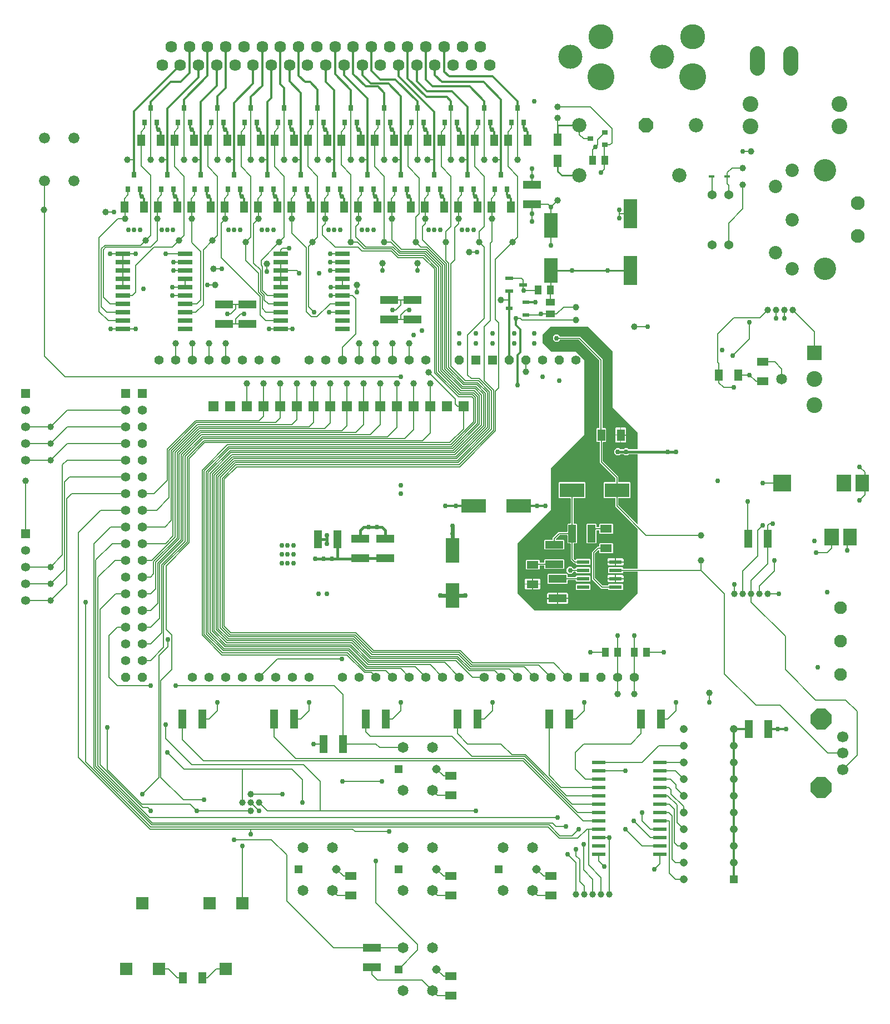
<source format=gtl>
G04 EAGLE Gerber RS-274X export*
G75*
%MOMM*%
%FSLAX34Y34*%
%LPD*%
%INTop Copper*%
%IPPOS*%
%AMOC8*
5,1,8,0,0,1.08239X$1,22.5*%
G01*
G04 Define Apertures*
%ADD10R,1.358000X1.358000*%
%ADD11C,1.358000*%
%ADD12R,2.715300X1.164600*%
%ADD13R,2.115300X3.763600*%
%ADD14R,2.115300X4.415700*%
%ADD15R,1.164600X2.715300*%
%ADD16R,3.763600X2.115300*%
%ADD17R,0.890200X0.436900*%
%ADD18R,1.263900X2.953600*%
%ADD19R,1.208000X1.208000*%
%ADD20C,1.208000*%
%ADD21R,1.508000X1.508000*%
%ADD22C,3.816000*%
%ADD23C,4.116000*%
%ADD24C,3.666000*%
%ADD25C,1.785000*%
%ADD26R,2.000000X2.500000*%
%ADD27R,2.200000X2.500000*%
%ADD28R,2.800000X2.500000*%
%ADD29C,2.100000*%
%ADD30C,2.025000*%
%ADD31C,3.406000*%
%ADD32R,2.325000X2.325000*%
%ADD33C,2.400000*%
%ADD34C,1.650000*%
%ADD35C,1.372500*%
%ADD36R,0.750000X0.900000*%
%ADD37R,1.164600X1.815300*%
%ADD38C,1.408000*%
%ADD39P,1.52401X8X112.5*%
%ADD40R,1.408000X1.408000*%
%ADD41R,1.308000X1.308000*%
%ADD42C,1.308000*%
%ADD43C,1.676400*%
%ADD44R,2.053000X0.604500*%
%ADD45C,1.950000*%
%ADD46R,1.815300X1.164600*%
%ADD47R,1.771900X1.231400*%
%ADD48R,1.950000X1.950000*%
%ADD49R,1.968000X0.601500*%
%ADD50C,1.700000*%
%ADD51P,3.48097X8X22.5*%
%ADD52R,0.900000X0.750000*%
%ADD53C,2.184400*%
%ADD54P,2.36437X8X22.5*%
%ADD55R,1.031200X1.420200*%
%ADD56C,2.250000*%
%ADD57R,1.231500X1.849100*%
%ADD58R,1.111800X0.600200*%
%ADD59R,1.223500X0.624800*%
%ADD60R,1.420200X1.031200*%
%ADD61R,2.200000X0.650000*%
%ADD62C,1.000000*%
%ADD63C,0.756400*%
%ADD64C,0.406400*%
%ADD65C,0.254000*%
%ADD66C,0.304800*%
%ADD67C,0.152400*%
%ADD68C,0.609600*%
%ADD69C,0.203200*%
G36*
X957562Y660460D02*
X957803Y660623D01*
X982757Y685577D01*
X982924Y685830D01*
X982980Y686116D01*
X982980Y718312D01*
X982920Y718609D01*
X982748Y718859D01*
X982493Y719023D01*
X982218Y719074D01*
X961381Y719074D01*
X961084Y719014D01*
X960834Y718842D01*
X960670Y718587D01*
X960619Y718312D01*
X960619Y717721D01*
X959726Y716829D01*
X938784Y716829D01*
X937891Y717721D01*
X937891Y724999D01*
X938784Y725892D01*
X959726Y725892D01*
X960619Y724999D01*
X960619Y724408D01*
X960679Y724111D01*
X960851Y723861D01*
X961106Y723697D01*
X961381Y723646D01*
X982218Y723646D01*
X982515Y723706D01*
X982765Y723878D01*
X982929Y724133D01*
X982980Y724408D01*
X982980Y783820D01*
X982920Y784118D01*
X982757Y784359D01*
X948913Y818203D01*
X948913Y830418D01*
X948853Y830715D01*
X948681Y830965D01*
X948426Y831128D01*
X948151Y831180D01*
X931750Y831180D01*
X930857Y832072D01*
X930857Y854488D01*
X931750Y855381D01*
X948151Y855381D01*
X948448Y855441D01*
X948698Y855612D01*
X948862Y855868D01*
X948913Y856143D01*
X948913Y861098D01*
X948853Y861396D01*
X948690Y861637D01*
X925300Y885027D01*
X925300Y915738D01*
X925240Y916035D01*
X925068Y916285D01*
X924813Y916448D01*
X924538Y916500D01*
X921132Y916500D01*
X920239Y917392D01*
X920239Y936808D01*
X921132Y937701D01*
X924052Y937701D01*
X924349Y937761D01*
X924599Y937932D01*
X924763Y938188D01*
X924814Y938463D01*
X924814Y1040137D01*
X924754Y1040435D01*
X924591Y1040676D01*
X893356Y1071911D01*
X893103Y1072078D01*
X892817Y1072134D01*
X864744Y1072134D01*
X864447Y1072074D01*
X864206Y1071911D01*
X861409Y1069114D01*
X857013Y1069114D01*
X853905Y1072222D01*
X853905Y1076618D01*
X857013Y1079726D01*
X861409Y1079726D01*
X864206Y1076929D01*
X864458Y1076762D01*
X864744Y1076706D01*
X895027Y1076706D01*
X929386Y1042347D01*
X929386Y938463D01*
X929446Y938165D01*
X929618Y937915D01*
X929873Y937752D01*
X930148Y937701D01*
X934040Y937701D01*
X934933Y936808D01*
X934933Y917392D01*
X934040Y916500D01*
X930634Y916500D01*
X930337Y916439D01*
X930087Y916268D01*
X929923Y916012D01*
X929872Y915738D01*
X929872Y887237D01*
X929932Y886939D01*
X930095Y886698D01*
X953485Y863308D01*
X953485Y856143D01*
X953545Y855845D01*
X953717Y855595D01*
X953972Y855432D01*
X954247Y855381D01*
X970648Y855381D01*
X971541Y854488D01*
X971541Y832072D01*
X970648Y831180D01*
X954247Y831180D01*
X953950Y831119D01*
X953700Y830948D01*
X953536Y830692D01*
X953485Y830418D01*
X953485Y820413D01*
X953545Y820115D01*
X953708Y819874D01*
X981679Y791903D01*
X981932Y791735D01*
X982230Y791680D01*
X982526Y791745D01*
X982774Y791920D01*
X982933Y792178D01*
X982980Y792442D01*
X982980Y897382D01*
X982920Y897679D01*
X982748Y897929D01*
X982493Y898093D01*
X982218Y898144D01*
X969463Y898144D01*
X969166Y898084D01*
X968925Y897921D01*
X967398Y896394D01*
X963002Y896394D01*
X961475Y897921D01*
X961223Y898088D01*
X960937Y898144D01*
X956763Y898144D01*
X956466Y898084D01*
X956225Y897921D01*
X954698Y896394D01*
X950302Y896394D01*
X947194Y899502D01*
X947194Y903898D01*
X950302Y907006D01*
X954698Y907006D01*
X956225Y905479D01*
X956477Y905312D01*
X956763Y905256D01*
X960937Y905256D01*
X961234Y905316D01*
X961475Y905479D01*
X963002Y907006D01*
X967398Y907006D01*
X968925Y905479D01*
X969177Y905312D01*
X969463Y905256D01*
X982218Y905256D01*
X982515Y905316D01*
X982765Y905488D01*
X982929Y905743D01*
X982980Y906018D01*
X982980Y930594D01*
X982920Y930892D01*
X982757Y931133D01*
X944924Y968966D01*
X944905Y968993D01*
X944880Y969098D01*
X944880Y1053784D01*
X944820Y1054082D01*
X944657Y1054323D01*
X907003Y1091977D01*
X906750Y1092144D01*
X906464Y1092200D01*
X851216Y1092200D01*
X850918Y1092140D01*
X850677Y1091977D01*
X838423Y1079723D01*
X838256Y1079470D01*
X838200Y1079184D01*
X838200Y1067116D01*
X838260Y1066818D01*
X838423Y1066577D01*
X850677Y1054323D01*
X850930Y1054156D01*
X851216Y1054100D01*
X888938Y1054100D01*
X888970Y1054095D01*
X889062Y1054038D01*
X901656Y1041444D01*
X901675Y1041417D01*
X901700Y1041312D01*
X901700Y927162D01*
X901695Y927130D01*
X901638Y927038D01*
X851123Y876523D01*
X850956Y876270D01*
X850900Y875984D01*
X850900Y812862D01*
X850895Y812830D01*
X850838Y812738D01*
X800323Y762223D01*
X800156Y761970D01*
X800100Y761684D01*
X800100Y686116D01*
X800160Y685818D01*
X800323Y685577D01*
X825277Y660623D01*
X825530Y660456D01*
X825816Y660400D01*
X957264Y660400D01*
X957562Y660460D01*
G37*
%LPC*%
G36*
X948731Y927862D02*
X948731Y937229D01*
X950219Y938717D01*
X956332Y938717D01*
X956332Y927862D01*
X948731Y927862D01*
G37*
G36*
X957856Y927862D02*
X957856Y938717D01*
X963969Y938717D01*
X965457Y937229D01*
X965457Y927862D01*
X957856Y927862D01*
G37*
G36*
X950219Y915484D02*
X948731Y916971D01*
X948731Y926338D01*
X956332Y926338D01*
X956332Y915484D01*
X950219Y915484D01*
G37*
G36*
X957856Y915484D02*
X957856Y926338D01*
X965457Y926338D01*
X965457Y916971D01*
X963969Y915484D01*
X957856Y915484D01*
G37*
G36*
X889394Y729529D02*
X888501Y730421D01*
X888501Y731012D01*
X888441Y731309D01*
X888269Y731559D01*
X888014Y731723D01*
X887739Y731774D01*
X886218Y731774D01*
X880850Y737142D01*
X880850Y761378D01*
X880790Y761675D01*
X880618Y761925D01*
X880363Y762088D01*
X880088Y762140D01*
X876682Y762140D01*
X875789Y763032D01*
X875789Y774192D01*
X875729Y774489D01*
X875557Y774739D01*
X875302Y774903D01*
X875027Y774954D01*
X864863Y774954D01*
X864565Y774894D01*
X864324Y774731D01*
X858489Y768896D01*
X858322Y768643D01*
X858266Y768357D01*
X858266Y768353D01*
X858326Y768056D01*
X858498Y767806D01*
X858753Y767642D01*
X859028Y767591D01*
X870188Y767591D01*
X871081Y766698D01*
X871081Y753790D01*
X870188Y752897D01*
X841772Y752897D01*
X840880Y753790D01*
X840880Y766698D01*
X841772Y767591D01*
X852932Y767591D01*
X853229Y767651D01*
X853479Y767823D01*
X853643Y768078D01*
X853694Y768353D01*
X853694Y770567D01*
X862653Y779526D01*
X875027Y779526D01*
X875324Y779586D01*
X875574Y779758D01*
X875738Y780013D01*
X875789Y780288D01*
X875789Y791448D01*
X876682Y792341D01*
X880088Y792341D01*
X880385Y792401D01*
X880635Y792572D01*
X880799Y792828D01*
X880850Y793103D01*
X880850Y830418D01*
X880790Y830715D01*
X880618Y830965D01*
X880363Y831128D01*
X880088Y831180D01*
X863232Y831180D01*
X862339Y832072D01*
X862339Y854488D01*
X863232Y855381D01*
X902130Y855381D01*
X903023Y854488D01*
X903023Y832072D01*
X902130Y831180D01*
X886184Y831180D01*
X885887Y831119D01*
X885637Y830948D01*
X885473Y830692D01*
X885422Y830418D01*
X885422Y793103D01*
X885482Y792805D01*
X885654Y792555D01*
X885909Y792392D01*
X886184Y792341D01*
X889590Y792341D01*
X890483Y791448D01*
X890483Y763032D01*
X889590Y762140D01*
X886184Y762140D01*
X885887Y762079D01*
X885637Y761908D01*
X885473Y761652D01*
X885422Y761378D01*
X885422Y739352D01*
X885482Y739054D01*
X885645Y738813D01*
X887200Y737258D01*
X887453Y737090D01*
X887751Y737035D01*
X888047Y737100D01*
X888295Y737275D01*
X888454Y737533D01*
X888480Y737678D01*
X889394Y738592D01*
X910336Y738592D01*
X911229Y737699D01*
X911229Y730421D01*
X910336Y729529D01*
X889394Y729529D01*
G37*
G36*
X906190Y762140D02*
X905297Y763032D01*
X905297Y791448D01*
X906190Y792341D01*
X919098Y792341D01*
X919991Y791448D01*
X919991Y787422D01*
X920051Y787125D01*
X920223Y786875D01*
X920478Y786711D01*
X920753Y786660D01*
X923358Y786660D01*
X923655Y786720D01*
X923905Y786892D01*
X924068Y787147D01*
X924120Y787422D01*
X924120Y790828D01*
X925012Y791721D01*
X944428Y791721D01*
X945321Y790828D01*
X945321Y777920D01*
X944428Y777027D01*
X925012Y777027D01*
X924120Y777920D01*
X924120Y781326D01*
X924059Y781623D01*
X923888Y781873D01*
X923632Y782037D01*
X923358Y782088D01*
X921041Y782088D01*
X920743Y782028D01*
X920502Y781865D01*
X920214Y781577D01*
X920047Y781324D01*
X919991Y781038D01*
X919991Y763032D01*
X919098Y762140D01*
X906190Y762140D01*
G37*
G36*
X938784Y691429D02*
X937891Y692321D01*
X937891Y692693D01*
X937831Y692990D01*
X937659Y693240D01*
X937404Y693404D01*
X937129Y693455D01*
X927642Y693455D01*
X913384Y707713D01*
X913384Y748977D01*
X921559Y757152D01*
X923358Y757152D01*
X923655Y757212D01*
X923905Y757384D01*
X924068Y757639D01*
X924120Y757914D01*
X924120Y761320D01*
X925012Y762213D01*
X944428Y762213D01*
X945321Y761320D01*
X945321Y748412D01*
X944428Y747519D01*
X925012Y747519D01*
X924120Y748412D01*
X924120Y751407D01*
X924059Y751704D01*
X923888Y751954D01*
X923632Y752118D01*
X923333Y752169D01*
X923038Y752099D01*
X922819Y751946D01*
X918179Y747306D01*
X918012Y747053D01*
X917956Y746767D01*
X917956Y709923D01*
X918016Y709625D01*
X918179Y709384D01*
X929313Y698250D01*
X929566Y698083D01*
X929852Y698027D01*
X937129Y698027D01*
X937426Y698087D01*
X937676Y698259D01*
X937840Y698514D01*
X937891Y698789D01*
X937891Y699599D01*
X938784Y700492D01*
X959726Y700492D01*
X960619Y699599D01*
X960619Y692321D01*
X959726Y691429D01*
X938784Y691429D01*
G37*
G36*
X936875Y734822D02*
X936875Y738120D01*
X938363Y739608D01*
X948493Y739608D01*
X948493Y734822D01*
X936875Y734822D01*
G37*
G36*
X950017Y734822D02*
X950017Y739608D01*
X960147Y739608D01*
X961635Y738120D01*
X961635Y734822D01*
X950017Y734822D01*
G37*
G36*
X813252Y722417D02*
X812360Y723310D01*
X812360Y736218D01*
X813252Y737111D01*
X832668Y737111D01*
X833561Y736218D01*
X833561Y733784D01*
X833621Y733487D01*
X833792Y733237D01*
X834048Y733073D01*
X834323Y733022D01*
X840118Y733022D01*
X840415Y733082D01*
X840665Y733254D01*
X840828Y733509D01*
X840880Y733784D01*
X840880Y737190D01*
X841772Y738083D01*
X870188Y738083D01*
X871081Y737190D01*
X871081Y724282D01*
X870188Y723389D01*
X841772Y723389D01*
X840880Y724282D01*
X840880Y727688D01*
X840819Y727985D01*
X840648Y728235D01*
X840392Y728399D01*
X840118Y728450D01*
X834323Y728450D01*
X834025Y728390D01*
X833775Y728218D01*
X833612Y727963D01*
X833561Y727688D01*
X833561Y723310D01*
X832668Y722417D01*
X813252Y722417D01*
G37*
G36*
X950017Y728513D02*
X950017Y733298D01*
X961635Y733298D01*
X961635Y730000D01*
X960147Y728513D01*
X950017Y728513D01*
G37*
G36*
X938363Y728513D02*
X936875Y730000D01*
X936875Y733298D01*
X948493Y733298D01*
X948493Y728513D01*
X938363Y728513D01*
G37*
G36*
X877912Y716054D02*
X874804Y719162D01*
X874804Y723558D01*
X877912Y726666D01*
X882308Y726666D01*
X885105Y723869D01*
X885357Y723702D01*
X885643Y723646D01*
X887739Y723646D01*
X888036Y723706D01*
X888286Y723878D01*
X888450Y724133D01*
X888501Y724408D01*
X888501Y724999D01*
X889394Y725892D01*
X910336Y725892D01*
X911229Y724999D01*
X911229Y717721D01*
X910336Y716829D01*
X889394Y716829D01*
X888501Y717721D01*
X888501Y718312D01*
X888441Y718609D01*
X888269Y718859D01*
X888014Y719023D01*
X887739Y719074D01*
X885643Y719074D01*
X885346Y719014D01*
X885105Y718851D01*
X882308Y716054D01*
X877912Y716054D01*
G37*
G36*
X846852Y700827D02*
X845960Y701720D01*
X845960Y714628D01*
X846852Y715521D01*
X875268Y715521D01*
X876161Y714628D01*
X876161Y711708D01*
X876221Y711411D01*
X876392Y711161D01*
X876648Y710997D01*
X876923Y710946D01*
X887739Y710946D01*
X888036Y711006D01*
X888286Y711178D01*
X888450Y711433D01*
X888501Y711708D01*
X888501Y712299D01*
X889394Y713192D01*
X910336Y713192D01*
X911229Y712299D01*
X911229Y705021D01*
X910336Y704129D01*
X889394Y704129D01*
X888501Y705021D01*
X888501Y705612D01*
X888441Y705909D01*
X888269Y706159D01*
X888014Y706323D01*
X887739Y706374D01*
X876923Y706374D01*
X876625Y706314D01*
X876375Y706142D01*
X876212Y705887D01*
X876161Y705612D01*
X876161Y701720D01*
X875268Y700827D01*
X846852Y700827D01*
G37*
G36*
X936875Y709422D02*
X936875Y712720D01*
X938363Y714208D01*
X948493Y714208D01*
X948493Y709422D01*
X936875Y709422D01*
G37*
G36*
X950017Y709422D02*
X950017Y714208D01*
X960147Y714208D01*
X961635Y712720D01*
X961635Y709422D01*
X950017Y709422D01*
G37*
G36*
X811344Y701018D02*
X811344Y707131D01*
X812831Y708619D01*
X822198Y708619D01*
X822198Y701018D01*
X811344Y701018D01*
G37*
G36*
X823722Y701018D02*
X823722Y708619D01*
X833089Y708619D01*
X834577Y707131D01*
X834577Y701018D01*
X823722Y701018D01*
G37*
G36*
X950017Y703113D02*
X950017Y707898D01*
X961635Y707898D01*
X961635Y704600D01*
X960147Y703113D01*
X950017Y703113D01*
G37*
G36*
X938363Y703113D02*
X936875Y704600D01*
X936875Y707898D01*
X948493Y707898D01*
X948493Y703113D01*
X938363Y703113D01*
G37*
G36*
X889394Y691429D02*
X888501Y692321D01*
X888501Y699599D01*
X889394Y700492D01*
X910336Y700492D01*
X911229Y699599D01*
X911229Y692321D01*
X910336Y691429D01*
X889394Y691429D01*
G37*
G36*
X823722Y691893D02*
X823722Y699494D01*
X834577Y699494D01*
X834577Y693381D01*
X833089Y691893D01*
X823722Y691893D01*
G37*
G36*
X812831Y691893D02*
X811344Y693381D01*
X811344Y699494D01*
X822198Y699494D01*
X822198Y691893D01*
X812831Y691893D01*
G37*
G36*
X844944Y679428D02*
X844944Y685541D01*
X846431Y687029D01*
X860298Y687029D01*
X860298Y679428D01*
X844944Y679428D01*
G37*
G36*
X861822Y679428D02*
X861822Y687029D01*
X875689Y687029D01*
X877177Y685541D01*
X877177Y679428D01*
X861822Y679428D01*
G37*
G36*
X861822Y670303D02*
X861822Y677904D01*
X877177Y677904D01*
X877177Y671791D01*
X875689Y670303D01*
X861822Y670303D01*
G37*
G36*
X846431Y670303D02*
X844944Y671791D01*
X844944Y677904D01*
X860298Y677904D01*
X860298Y670303D01*
X846431Y670303D01*
G37*
%LPD*%
D10*
X50800Y990600D03*
D11*
X50800Y965200D03*
X50800Y939800D03*
X50800Y914400D03*
X50800Y889000D03*
D10*
X50800Y777240D03*
D11*
X50800Y751840D03*
X50800Y726440D03*
X50800Y701040D03*
X50800Y675640D03*
D12*
X560070Y739626D03*
X560070Y769134D03*
X821690Y1278106D03*
X821690Y1307614D03*
D13*
X850900Y1245839D03*
X850900Y1177321D03*
D14*
X971550Y1263997D03*
X971550Y1176943D03*
D15*
X1151106Y769620D03*
X1180614Y769620D03*
X1152376Y480060D03*
X1181884Y480060D03*
X525294Y768350D03*
X495786Y768350D03*
D16*
X732821Y819150D03*
X801339Y819150D03*
D12*
X598170Y739626D03*
X598170Y769134D03*
D13*
X701040Y751809D03*
X701040Y683291D03*
D17*
X1119147Y1320800D03*
X1095733Y1320800D03*
D18*
X987852Y495300D03*
X1018748Y495300D03*
X848152Y495300D03*
X879048Y495300D03*
X708452Y495300D03*
X739348Y495300D03*
X568752Y495300D03*
X599648Y495300D03*
X429052Y495300D03*
X459948Y495300D03*
X289352Y495300D03*
X320248Y495300D03*
D19*
X1129030Y251460D03*
D20*
X1129030Y276860D03*
X1129030Y302260D03*
X1129030Y327660D03*
X1129030Y353060D03*
X1129030Y378460D03*
X1129030Y403860D03*
X1129030Y429260D03*
X1129030Y454660D03*
X1129030Y480060D03*
X1052830Y480060D03*
X1052830Y454660D03*
X1052830Y429260D03*
X1052830Y403860D03*
X1052830Y378460D03*
X1052830Y353060D03*
X1052830Y327660D03*
X1052830Y302260D03*
X1052830Y276860D03*
X1052830Y251460D03*
D21*
X336700Y970600D03*
X362100Y970600D03*
X387500Y970600D03*
X412900Y970600D03*
X438300Y970600D03*
X463700Y970600D03*
X489100Y970600D03*
X514500Y970600D03*
X539900Y970600D03*
X565300Y970600D03*
X590700Y970600D03*
X616100Y970600D03*
X641500Y970600D03*
X666900Y970600D03*
X692300Y970600D03*
X717700Y970600D03*
D22*
X1066800Y1532910D03*
D23*
X1066800Y1472410D03*
D24*
X1019800Y1502410D03*
D22*
X927100Y1532910D03*
D23*
X927100Y1472410D03*
D24*
X880100Y1502410D03*
D25*
X258700Y1489710D03*
X286400Y1489710D03*
X314100Y1489710D03*
X341800Y1489710D03*
X369500Y1489710D03*
X397200Y1489710D03*
X424900Y1489710D03*
X452600Y1489710D03*
X480300Y1489710D03*
X508000Y1489710D03*
X535700Y1489710D03*
X563400Y1489710D03*
X591100Y1489710D03*
X618800Y1489710D03*
X646500Y1489710D03*
X674200Y1489710D03*
X701900Y1489710D03*
X729600Y1489710D03*
X757300Y1489710D03*
X272550Y1518110D03*
X300250Y1518110D03*
X327950Y1518110D03*
X355650Y1518110D03*
X383350Y1518110D03*
X411050Y1518110D03*
X438750Y1518110D03*
X466450Y1518110D03*
X494150Y1518110D03*
X521850Y1518110D03*
X549550Y1518110D03*
X577250Y1518110D03*
X604950Y1518110D03*
X632650Y1518110D03*
X660350Y1518110D03*
X688050Y1518110D03*
X715750Y1518110D03*
X743450Y1518110D03*
D26*
X1305960Y771800D03*
D27*
X1277960Y771800D03*
X1296960Y853800D03*
D26*
X1324960Y853800D03*
D28*
X1202960Y853800D03*
D29*
X1317930Y1279760D03*
X1317930Y1229760D03*
D30*
X1217930Y1329810D03*
X1193030Y1304810D03*
X1217930Y1254760D03*
X1193030Y1204710D03*
X1217930Y1179710D03*
D31*
X1268030Y1329810D03*
X1268030Y1179710D03*
D32*
X1252220Y1052190D03*
D33*
X1252220Y1012190D03*
X1252220Y972190D03*
D34*
X1202220Y1012190D03*
D35*
X1121410Y1292860D03*
X1096010Y1292860D03*
X1096010Y1216660D03*
X1121410Y1216660D03*
D36*
X206400Y1301062D03*
X225400Y1301062D03*
X215900Y1322758D03*
X663600Y1301062D03*
X682600Y1301062D03*
X673100Y1322758D03*
X714400Y1301062D03*
X733400Y1301062D03*
X723900Y1322758D03*
X765200Y1301062D03*
X784200Y1301062D03*
X774700Y1322758D03*
X231800Y1402662D03*
X250800Y1402662D03*
X241300Y1424358D03*
X282600Y1402662D03*
X301600Y1402662D03*
X292100Y1424358D03*
X333400Y1402662D03*
X352400Y1402662D03*
X342900Y1424358D03*
X384200Y1402662D03*
X403200Y1402662D03*
X393700Y1424358D03*
X435000Y1402662D03*
X454000Y1402662D03*
X444500Y1424358D03*
X485800Y1402662D03*
X504800Y1402662D03*
X495300Y1424358D03*
X536600Y1402662D03*
X555600Y1402662D03*
X546100Y1424358D03*
X257200Y1301062D03*
X276200Y1301062D03*
X266700Y1322758D03*
X587400Y1402662D03*
X606400Y1402662D03*
X596900Y1424358D03*
X638200Y1402662D03*
X657200Y1402662D03*
X647700Y1424358D03*
X689000Y1402662D03*
X708000Y1402662D03*
X698500Y1424358D03*
X739800Y1402662D03*
X758800Y1402662D03*
X749300Y1424358D03*
X790600Y1402662D03*
X809600Y1402662D03*
X800100Y1424358D03*
X308000Y1301062D03*
X327000Y1301062D03*
X317500Y1322758D03*
X358800Y1301062D03*
X377800Y1301062D03*
X368300Y1322758D03*
X409600Y1301062D03*
X428600Y1301062D03*
X419100Y1322758D03*
X460400Y1301062D03*
X479400Y1301062D03*
X469900Y1322758D03*
X511200Y1301062D03*
X530200Y1301062D03*
X520700Y1322758D03*
X562000Y1301062D03*
X581000Y1301062D03*
X571500Y1322758D03*
X612800Y1301062D03*
X631800Y1301062D03*
X622300Y1322758D03*
D37*
X290046Y101600D03*
X319554Y101600D03*
D38*
X203200Y584200D03*
X203200Y609600D03*
X203200Y635000D03*
X203200Y660400D03*
X203200Y685800D03*
X203200Y711200D03*
X203200Y736600D03*
X203200Y762000D03*
X203200Y787400D03*
X203200Y812800D03*
X203200Y838200D03*
X203200Y863600D03*
X203200Y889000D03*
X203200Y914400D03*
X203200Y939800D03*
X228600Y939800D03*
X228600Y914400D03*
X228600Y889000D03*
X228600Y863600D03*
X228600Y838200D03*
X228600Y812800D03*
X228600Y787400D03*
X228600Y762000D03*
X228600Y736600D03*
X228600Y711200D03*
X228600Y685800D03*
X228600Y660400D03*
X228600Y635000D03*
X228600Y609600D03*
X228600Y584200D03*
X482600Y558800D03*
X457200Y558800D03*
X431800Y558800D03*
X406400Y558800D03*
X381000Y558800D03*
X355600Y558800D03*
X330200Y558800D03*
X304800Y558800D03*
X711200Y558800D03*
X685800Y558800D03*
X660400Y558800D03*
X635000Y558800D03*
X609600Y558800D03*
X584200Y558800D03*
X558800Y558800D03*
X533400Y558800D03*
D39*
X927100Y558800D03*
D40*
X901700Y558800D03*
D38*
X876300Y558800D03*
X850900Y558800D03*
X825500Y558800D03*
X800100Y558800D03*
X774700Y558800D03*
X749300Y558800D03*
X431800Y1041400D03*
X406400Y1041400D03*
X381000Y1041400D03*
X355600Y1041400D03*
X330200Y1041400D03*
X304800Y1041400D03*
X279400Y1041400D03*
X254000Y1041400D03*
X660400Y1041400D03*
X635000Y1041400D03*
X609600Y1041400D03*
X584200Y1041400D03*
X558800Y1041400D03*
X533400Y1041400D03*
X508000Y1041400D03*
X482600Y1041400D03*
X889000Y1041400D03*
D39*
X863600Y1041400D03*
D38*
X838200Y1041400D03*
D39*
X812800Y1041400D03*
X787400Y1041400D03*
D40*
X762000Y1041400D03*
X736600Y1041400D03*
D39*
X711200Y1041400D03*
D38*
X977900Y558800D03*
X952500Y558800D03*
D39*
X203200Y558800D03*
X228600Y558800D03*
D40*
X203200Y990600D03*
X228600Y990600D03*
D38*
X228600Y965200D03*
X203200Y965200D03*
D34*
X777600Y299200D03*
X777600Y234200D03*
X822600Y299200D03*
X822600Y234200D03*
D41*
X771100Y266700D03*
D42*
X829100Y266700D03*
D34*
X472800Y299200D03*
X472800Y234200D03*
X517800Y299200D03*
X517800Y234200D03*
D41*
X466300Y266700D03*
D42*
X524300Y266700D03*
D34*
X625200Y451600D03*
X625200Y386600D03*
X670200Y451600D03*
X670200Y386600D03*
D41*
X618700Y419100D03*
D42*
X676700Y419100D03*
D34*
X625200Y146800D03*
X625200Y81800D03*
X670200Y146800D03*
X670200Y81800D03*
D41*
X618700Y114300D03*
D42*
X676700Y114300D03*
D43*
X124100Y1313700D03*
X124100Y1378700D03*
X79100Y1313700D03*
X79100Y1378700D03*
D44*
X1016817Y289560D03*
X1016817Y302260D03*
X1016817Y314960D03*
X1016817Y327660D03*
X1016817Y340360D03*
X1016817Y353060D03*
X1016817Y365760D03*
X1016817Y378460D03*
X1016817Y391160D03*
X1016817Y403860D03*
X1016817Y416560D03*
X1016817Y429260D03*
X923743Y429260D03*
X923743Y416560D03*
X923743Y403860D03*
X923743Y391160D03*
X923743Y378460D03*
X923743Y365760D03*
X923743Y353060D03*
X923743Y340360D03*
X923743Y327660D03*
X923743Y314960D03*
X923743Y302260D03*
X923743Y289560D03*
D45*
X1291590Y664210D03*
X1291590Y613410D03*
X1291590Y562610D03*
D37*
X230654Y1273810D03*
X201146Y1273810D03*
X281454Y1273810D03*
X251946Y1273810D03*
X332254Y1273810D03*
X302746Y1273810D03*
X383054Y1273810D03*
X353546Y1273810D03*
X433854Y1273810D03*
X404346Y1273810D03*
X484654Y1273810D03*
X455146Y1273810D03*
X586254Y1273810D03*
X556746Y1273810D03*
X535454Y1273810D03*
X505946Y1273810D03*
X637054Y1273810D03*
X607546Y1273810D03*
X687854Y1273810D03*
X658346Y1273810D03*
X738654Y1273810D03*
X709146Y1273810D03*
X789454Y1273810D03*
X759946Y1273810D03*
X814854Y1375410D03*
X785346Y1375410D03*
X764054Y1375410D03*
X734546Y1375410D03*
X713254Y1375410D03*
X683746Y1375410D03*
X662454Y1375410D03*
X632946Y1375410D03*
X611654Y1375410D03*
X582146Y1375410D03*
X560854Y1375410D03*
X531346Y1375410D03*
X510054Y1375410D03*
X480546Y1375410D03*
X459254Y1375410D03*
X429746Y1375410D03*
X408454Y1375410D03*
X378946Y1375410D03*
X357654Y1375410D03*
X328146Y1375410D03*
X306854Y1375410D03*
X277346Y1375410D03*
X256054Y1375410D03*
X226546Y1375410D03*
X1136164Y1018540D03*
X1106656Y1018540D03*
D46*
X1173480Y1008866D03*
X1173480Y1038374D03*
D33*
X1290004Y1396510D03*
X1155004Y1396510D03*
X1290004Y1430510D03*
X1155004Y1430510D03*
D47*
X546100Y255960D03*
X546100Y226640D03*
X850900Y255960D03*
X850900Y226640D03*
X698500Y408360D03*
X698500Y379040D03*
X698500Y103560D03*
X698500Y74240D03*
D48*
X380600Y215100D03*
X355600Y115100D03*
X330600Y215100D03*
X203600Y115100D03*
X228600Y215100D03*
X253600Y115100D03*
D12*
X388620Y1126004D03*
X388620Y1096496D03*
X353060Y1126004D03*
X353060Y1096496D03*
X640080Y1132354D03*
X640080Y1102846D03*
X604520Y1132354D03*
X604520Y1102846D03*
D34*
X625200Y299200D03*
X625200Y234200D03*
X670200Y299200D03*
X670200Y234200D03*
D41*
X618700Y266700D03*
D42*
X676700Y266700D03*
D47*
X698500Y255960D03*
X698500Y226640D03*
D49*
X949255Y695960D03*
X949255Y708660D03*
X949255Y721360D03*
X949255Y734060D03*
X899865Y734060D03*
X899865Y721360D03*
X899865Y708660D03*
X899865Y695960D03*
D46*
X822960Y700256D03*
X822960Y729764D03*
D12*
X855980Y760244D03*
X855980Y730736D03*
D15*
X883136Y777240D03*
X912644Y777240D03*
D46*
X934720Y754866D03*
X934720Y784374D03*
D16*
X882681Y843280D03*
X951199Y843280D03*
D37*
X957094Y927100D03*
X927586Y927100D03*
D12*
X861060Y708174D03*
X861060Y678666D03*
D50*
X1295380Y443230D03*
X1295380Y468230D03*
X1295380Y418230D03*
D51*
X1262380Y495230D03*
X1262380Y391230D03*
D15*
X504676Y457200D03*
X534184Y457200D03*
D12*
X577850Y117326D03*
X577850Y146834D03*
D52*
X932868Y1368450D03*
X932868Y1387450D03*
X911172Y1377950D03*
D53*
X894080Y1398270D03*
X894080Y1322070D03*
D54*
X995680Y1398270D03*
D53*
X1071880Y1398270D03*
X1046480Y1322070D03*
D55*
X914095Y1344930D03*
X932485Y1344930D03*
X977849Y596900D03*
X996239Y596900D03*
X952551Y596900D03*
X934161Y596900D03*
D56*
X1165057Y1485277D02*
X1165057Y1507777D01*
X1215857Y1507777D02*
X1215857Y1485277D01*
D57*
X861060Y1344148D03*
X861060Y1376192D03*
D58*
X812900Y1110009D03*
X812900Y1129009D03*
X787300Y1119509D03*
D59*
X787159Y1165200D03*
X787159Y1146200D03*
X808439Y1155700D03*
D55*
X849935Y1148080D03*
X831545Y1148080D03*
D60*
X849630Y1129335D03*
X849630Y1110945D03*
D61*
X199161Y1202690D03*
X199161Y1189990D03*
X199161Y1177290D03*
X199161Y1164590D03*
X199161Y1151890D03*
X199161Y1139190D03*
X199161Y1126490D03*
X199161Y1113790D03*
X199161Y1101090D03*
X199161Y1088390D03*
X293599Y1088390D03*
X293599Y1101090D03*
X293599Y1113790D03*
X293599Y1126490D03*
X293599Y1139190D03*
X293599Y1151890D03*
X293599Y1164590D03*
X293599Y1177290D03*
X293599Y1189990D03*
X293599Y1202690D03*
X439191Y1202690D03*
X439191Y1189990D03*
X439191Y1177290D03*
X439191Y1164590D03*
X439191Y1151890D03*
X439191Y1139190D03*
X439191Y1126490D03*
X439191Y1113790D03*
X439191Y1101090D03*
X439191Y1088390D03*
X533629Y1088390D03*
X533629Y1101090D03*
X533629Y1113790D03*
X533629Y1126490D03*
X533629Y1139190D03*
X533629Y1151890D03*
X533629Y1164590D03*
X533629Y1177290D03*
X533629Y1189990D03*
X533629Y1202690D03*
D62*
X977900Y533400D03*
X952500Y533400D03*
X1092200Y534670D03*
X977900Y1092200D03*
X861060Y1283970D03*
X393700Y368300D03*
X393700Y355600D03*
X393700Y381000D03*
X406400Y368300D03*
X381000Y368300D03*
X205740Y1346200D03*
X257810Y1346200D03*
X308610Y1346200D03*
X359410Y1346200D03*
X410210Y1346200D03*
X461010Y1346200D03*
X511810Y1346200D03*
X562610Y1346200D03*
X613410Y1346200D03*
X662940Y1346200D03*
X715010Y1346200D03*
X765810Y1346200D03*
X241300Y1346200D03*
X292100Y1346200D03*
X342900Y1346200D03*
X393700Y1346200D03*
X444500Y1346200D03*
X495300Y1346200D03*
X546100Y1346200D03*
X596900Y1346200D03*
X647700Y1346200D03*
X698500Y1346200D03*
X749300Y1346200D03*
X800100Y1346200D03*
X201930Y1256030D03*
X251460Y1256030D03*
X303530Y1256030D03*
X354330Y1256030D03*
X405130Y1256030D03*
X455930Y1256030D03*
X506730Y1256030D03*
X557530Y1256030D03*
X608330Y1256030D03*
X659130Y1256030D03*
X709930Y1256030D03*
X760730Y1256030D03*
X233680Y1223010D03*
X284480Y1223010D03*
X335280Y1223010D03*
X386080Y1220470D03*
X436880Y1220470D03*
X487680Y1220470D03*
X546194Y1220470D03*
X596900Y1220470D03*
X645160Y1220470D03*
X690880Y1220470D03*
X741680Y1220470D03*
X792480Y1220470D03*
X172720Y1266190D03*
X336550Y1179830D03*
X554990Y1155700D03*
X647700Y1188720D03*
X339090Y1155700D03*
X417830Y1187450D03*
X594360Y1188720D03*
X726440Y1205230D03*
X279400Y1066800D03*
X330200Y1066800D03*
X558800Y1066800D03*
X609600Y1066800D03*
X304800Y1066800D03*
X355600Y1066800D03*
X584200Y1066800D03*
X635000Y1066800D03*
X1143000Y1333500D03*
X1143000Y1308100D03*
X1193800Y1117600D03*
X1206500Y1117600D03*
X1181100Y1117600D03*
X1143000Y685800D03*
X1168400Y685800D03*
X1181100Y685800D03*
X1130300Y685800D03*
X1155700Y685800D03*
X1079500Y774700D03*
X927100Y228600D03*
X901700Y228600D03*
X889000Y228600D03*
X914400Y228600D03*
X939800Y228600D03*
X413004Y1005840D03*
X438404Y1005840D03*
X463804Y1005840D03*
X489204Y1005840D03*
X514350Y1005840D03*
X540004Y1005840D03*
X565277Y1005840D03*
X590804Y1005840D03*
X616204Y1005840D03*
X641604Y1005840D03*
X774700Y1132840D03*
X889000Y1102360D03*
X889000Y1121410D03*
X667004Y1005840D03*
X387477Y1005840D03*
X664210Y1022350D03*
X1079500Y736600D03*
X1219200Y1117600D03*
X88900Y889000D03*
X88900Y914400D03*
X88900Y939800D03*
X88900Y675640D03*
X88900Y701040D03*
X88900Y726440D03*
X50800Y857250D03*
X78740Y1270000D03*
X861060Y1409700D03*
X861060Y1426210D03*
X812800Y1023620D03*
X1155700Y1358900D03*
D63*
X491490Y739140D03*
X504190Y739140D03*
X516890Y739140D03*
D64*
X504190Y739140D02*
X491490Y739140D01*
X504190Y739140D02*
X516890Y739140D01*
X525780Y739140D01*
X559584Y739140D01*
D65*
X560070Y739626D01*
D64*
X598170Y739626D01*
X525294Y739626D02*
X525294Y768350D01*
D66*
X525294Y739626D02*
X525780Y739140D01*
D63*
X706120Y819150D03*
X689610Y819150D03*
D66*
X706120Y819150D01*
X732821Y819150D01*
D65*
X861060Y1328420D02*
X861060Y1344148D01*
X861060Y1328420D02*
X867410Y1322070D01*
X894080Y1322070D01*
D63*
X998220Y1092200D03*
D67*
X977900Y1092200D01*
X622300Y1132354D02*
X604520Y1132354D01*
X622300Y1132354D02*
X640080Y1132354D01*
X370840Y1126004D02*
X353060Y1126004D01*
X370840Y1126004D02*
X388620Y1126004D01*
D63*
X609600Y1117600D03*
D67*
X614680Y1117600D02*
X622300Y1125220D01*
X614680Y1117600D02*
X609600Y1117600D01*
X622300Y1125220D02*
X622300Y1132354D01*
D63*
X358140Y1111250D03*
D67*
X363162Y1111250D02*
X370840Y1118757D01*
X363162Y1111250D02*
X358140Y1111250D01*
X370840Y1118757D02*
X370840Y1126004D01*
D63*
X932180Y270510D03*
D67*
X923743Y278947D02*
X923743Y289560D01*
X923743Y278947D02*
X932180Y270510D01*
D66*
X1129030Y378460D02*
X1129030Y403860D01*
X1129030Y378460D02*
X1129030Y353060D01*
X1129030Y276860D02*
X1129030Y251460D01*
X1129030Y276860D02*
X1129030Y302260D01*
X1129030Y327660D01*
X1129030Y353060D01*
D63*
X1022350Y596900D03*
X910590Y596900D03*
D67*
X330200Y495300D02*
X320248Y495300D01*
X330200Y495300D02*
X342900Y508000D01*
X342900Y520700D01*
D63*
X342900Y520700D03*
X1041400Y520700D03*
X901700Y520700D03*
X762000Y520700D03*
X622300Y520700D03*
X482600Y520700D03*
D67*
X469900Y495300D02*
X459948Y495300D01*
X469900Y495300D02*
X482600Y508000D01*
X482600Y520700D01*
X599648Y495300D02*
X609600Y495300D01*
X622300Y508000D01*
X622300Y520700D01*
X739348Y495300D02*
X749300Y495300D01*
X762000Y508000D01*
X762000Y520700D01*
X879048Y495300D02*
X889000Y495300D01*
X901700Y508000D01*
X901700Y520700D01*
X1018748Y495300D02*
X1028700Y495300D01*
X1041400Y508000D01*
X1041400Y520700D01*
D63*
X825500Y1435100D03*
X965200Y901700D03*
D64*
X1028700Y901700D01*
D63*
X1028700Y901700D03*
X952500Y901700D03*
X1041400Y901700D03*
X1111250Y1056640D03*
D66*
X1129030Y480060D02*
X1129030Y454660D01*
X1129030Y429260D01*
X1129030Y403860D01*
D64*
X965200Y901700D02*
X952500Y901700D01*
X1028700Y901700D02*
X1041400Y901700D01*
D66*
X1129030Y480060D02*
X1152376Y480060D01*
D63*
X880110Y721360D03*
D67*
X899865Y721360D01*
X996239Y596900D02*
X1022350Y596900D01*
X934161Y596900D02*
X910590Y596900D01*
D63*
X701040Y788670D03*
X701040Y777240D03*
D68*
X701040Y751809D01*
X701040Y777240D02*
X701040Y788670D01*
D63*
X826770Y1129030D03*
D66*
X812921Y1129030D01*
X812900Y1129009D01*
D63*
X797560Y1104900D03*
X800100Y1003300D03*
D66*
X800100Y1048251D02*
X804390Y1052541D01*
X800100Y1048251D02*
X800100Y1003300D01*
X804390Y1052541D02*
X804390Y1087409D01*
X797560Y1094239D01*
X797560Y1104900D01*
D63*
X622300Y838200D03*
X622300Y850900D03*
D67*
X797560Y1104900D02*
X803910Y1104900D01*
X806450Y1102360D01*
D63*
X497840Y1173480D03*
D67*
X806450Y1102360D02*
X889000Y1102360D01*
D63*
X514350Y1202690D03*
D67*
X533629Y1202690D01*
D63*
X452120Y1211580D03*
D67*
X441960Y1211580D01*
X439191Y1208811D01*
X439191Y1202690D01*
D63*
X264160Y1202690D03*
D67*
X293599Y1202690D01*
D63*
X1092200Y520700D03*
D67*
X1092200Y534670D01*
X812800Y1023620D02*
X812800Y1041400D01*
X622300Y1102846D02*
X604520Y1102846D01*
X622300Y1102846D02*
X640080Y1102846D01*
D63*
X383540Y1111250D03*
D67*
X370840Y1096496D02*
X353060Y1096496D01*
X370840Y1096496D02*
X388620Y1096496D01*
X383540Y1111250D02*
X378460Y1111250D01*
X370840Y1103630D01*
X370840Y1096496D01*
D63*
X635000Y1117600D03*
D67*
X629920Y1117600D01*
X622300Y1109980D01*
X622300Y1102846D01*
D63*
X252730Y1391920D03*
X303530Y1391920D03*
X354330Y1391920D03*
X405130Y1391920D03*
X455930Y1391920D03*
X506730Y1391920D03*
X557530Y1391920D03*
X608330Y1391920D03*
X659130Y1391920D03*
X709930Y1391920D03*
X760730Y1391920D03*
X811530Y1391920D03*
X786130Y1290320D03*
X684530Y1290320D03*
X633730Y1290320D03*
X532130Y1290320D03*
X481330Y1290320D03*
X379730Y1290320D03*
X328930Y1290320D03*
X227330Y1290320D03*
D66*
X256054Y1375410D02*
X256054Y1388596D01*
X252730Y1391920D01*
X250800Y1393850D02*
X250800Y1402662D01*
X250800Y1393850D02*
X252730Y1391920D01*
X301600Y1393850D02*
X301600Y1402662D01*
X301600Y1393850D02*
X303530Y1391920D01*
X306854Y1388596D01*
X306854Y1375410D01*
X357654Y1375410D02*
X357654Y1388596D01*
X354330Y1391920D01*
X352400Y1393850D02*
X352400Y1402662D01*
X352400Y1393850D02*
X354330Y1391920D01*
X403200Y1393850D02*
X403200Y1402662D01*
X403200Y1393850D02*
X405130Y1391920D01*
X408454Y1388596D02*
X408454Y1375410D01*
X408454Y1388596D02*
X405130Y1391920D01*
X455930Y1391920D02*
X459254Y1388596D01*
X459254Y1375410D01*
X455930Y1391920D02*
X454000Y1393850D01*
X454000Y1402662D01*
X504800Y1393850D02*
X506730Y1391920D01*
X504800Y1393850D02*
X504800Y1402662D01*
X506730Y1391920D02*
X510054Y1388596D01*
X510054Y1375410D01*
X555600Y1393850D02*
X557530Y1391920D01*
X555600Y1393850D02*
X555600Y1402662D01*
X557530Y1391920D02*
X560854Y1388596D01*
X560854Y1375410D01*
X606400Y1393850D02*
X608330Y1391920D01*
X606400Y1393850D02*
X606400Y1402662D01*
X608330Y1391920D02*
X611654Y1388596D01*
X611654Y1375410D01*
X657200Y1393850D02*
X659130Y1391920D01*
X657200Y1393850D02*
X657200Y1402662D01*
X659130Y1391920D02*
X662454Y1388596D01*
X662454Y1375410D01*
X708000Y1393850D02*
X709930Y1391920D01*
X708000Y1393850D02*
X708000Y1402662D01*
X709930Y1391920D02*
X713254Y1388596D01*
X713254Y1375410D01*
X758800Y1393850D02*
X760730Y1391920D01*
X758800Y1393850D02*
X758800Y1402662D01*
X760730Y1391920D02*
X764054Y1388596D01*
X764054Y1375410D01*
X809600Y1393850D02*
X811530Y1391920D01*
X809600Y1393850D02*
X809600Y1402662D01*
X811530Y1391920D02*
X814854Y1388596D01*
X814854Y1375410D01*
X784200Y1292250D02*
X786130Y1290320D01*
X784200Y1292250D02*
X784200Y1301062D01*
X786130Y1290320D02*
X789454Y1286996D01*
X789454Y1273810D01*
X738654Y1286996D02*
X735330Y1290320D01*
X738654Y1286996D02*
X738654Y1273810D01*
X735330Y1290320D02*
X733400Y1292250D01*
X733400Y1301062D01*
X684530Y1290320D02*
X682600Y1292250D01*
X682600Y1301062D01*
X684530Y1290320D02*
X687854Y1286996D01*
X687854Y1273810D01*
X633730Y1290320D02*
X631800Y1292250D01*
X631800Y1301062D01*
X633730Y1290320D02*
X637054Y1286996D01*
X637054Y1273810D01*
X582930Y1290320D02*
X581000Y1292250D01*
X581000Y1301062D01*
X582930Y1290320D02*
X586254Y1286996D01*
X586254Y1273810D01*
X532130Y1290320D02*
X530200Y1292250D01*
X530200Y1301062D01*
X532130Y1290320D02*
X535454Y1286996D01*
X535454Y1273810D01*
X481330Y1290320D02*
X479400Y1292250D01*
X479400Y1301062D01*
X481330Y1290320D02*
X484654Y1286996D01*
X484654Y1273810D01*
X430530Y1290320D02*
X428600Y1292250D01*
X428600Y1301062D01*
X430530Y1290320D02*
X433854Y1286996D01*
X433854Y1273810D01*
X379730Y1290320D02*
X377800Y1292250D01*
X377800Y1301062D01*
X379730Y1290320D02*
X383054Y1286996D01*
X383054Y1273810D01*
X328930Y1290320D02*
X327000Y1292250D01*
X327000Y1301062D01*
X328930Y1290320D02*
X332254Y1286996D01*
X332254Y1273810D01*
X278130Y1290320D02*
X276200Y1292250D01*
X276200Y1301062D01*
X278130Y1290320D02*
X281454Y1286996D01*
X281454Y1273810D01*
X227330Y1290320D02*
X225400Y1292250D01*
X225400Y1301062D01*
X227330Y1290320D02*
X230654Y1286996D01*
X230654Y1273810D01*
D63*
X440690Y732282D03*
X440690Y758698D03*
X449580Y758698D03*
X458470Y758698D03*
X458470Y745490D03*
X458470Y732282D03*
X449580Y732282D03*
X449580Y745490D03*
X1008380Y266700D03*
D67*
X1016817Y275137D02*
X1016817Y289560D01*
X1016817Y275137D02*
X1008380Y266700D01*
X830254Y226546D02*
X822600Y234200D01*
X830254Y226546D02*
X850900Y226640D01*
X525454Y226546D02*
X517800Y234200D01*
X525454Y226546D02*
X546100Y226640D01*
X677854Y378946D02*
X670200Y386600D01*
X677854Y378946D02*
X698500Y379040D01*
X670200Y81800D02*
X677854Y74146D01*
X698500Y74240D01*
X290046Y101600D02*
X281940Y101600D01*
X268440Y115100D01*
D63*
X509270Y762000D03*
X509270Y774700D03*
D64*
X509270Y768350D02*
X509270Y762000D01*
X509270Y768350D02*
X509270Y774700D01*
X509270Y768350D02*
X495786Y768350D01*
D63*
X572770Y787400D03*
X585470Y787400D03*
D64*
X572770Y787400D01*
X560070Y782320D02*
X560070Y769134D01*
X560070Y782320D02*
X565150Y787400D01*
X572770Y787400D01*
X598170Y782320D02*
X598170Y769134D01*
X598170Y782320D02*
X593090Y787400D01*
X585470Y787400D01*
D63*
X496570Y685800D03*
X509270Y685800D03*
X1252220Y765810D03*
X1321054Y828040D03*
D67*
X1328770Y835756D01*
X1328770Y853800D01*
D63*
X1321054Y878840D03*
D67*
X1328770Y871124D01*
X1328770Y853800D01*
D63*
X1104900Y857250D03*
D67*
X1324960Y853800D02*
X1328770Y853800D01*
X677854Y226546D02*
X670200Y234200D01*
X677854Y226546D02*
X698500Y226640D01*
D63*
X278356Y1290320D03*
D66*
X278130Y1290320D01*
D63*
X440690Y745490D03*
X966470Y708660D03*
D69*
X949255Y708660D01*
D63*
X932180Y734060D03*
X932180Y708660D03*
X966470Y734060D03*
D69*
X949255Y734060D01*
X932180Y734060D01*
X932180Y708660D02*
X949255Y708660D01*
D63*
X711200Y1082040D03*
X711200Y1066800D03*
X736600Y1082040D03*
X736600Y1066800D03*
X762000Y1066800D03*
X762000Y1082040D03*
X795020Y1082040D03*
X795020Y1066800D03*
X825500Y1066800D03*
X825500Y1082040D03*
X850900Y1082040D03*
X850900Y1066800D03*
X889000Y1082040D03*
X889000Y1066800D03*
X924560Y1059180D03*
X901700Y1054100D03*
X919480Y1028700D03*
X934720Y1028700D03*
X919480Y952500D03*
X934720Y952500D03*
X919480Y977900D03*
X934720Y977900D03*
X919480Y1003300D03*
X934720Y1003300D03*
D67*
X268440Y115100D02*
X253600Y115100D01*
D63*
X1196340Y480060D03*
X1209040Y480060D03*
D66*
X1196340Y480060D02*
X1181884Y480060D01*
X1196340Y480060D02*
X1209040Y480060D01*
D63*
X836930Y678180D03*
X822960Y685800D03*
D67*
X822960Y700256D01*
X860574Y678180D02*
X861060Y678666D01*
X860574Y678180D02*
X836930Y678180D01*
X830580Y678180D01*
X822960Y685800D01*
D63*
X972820Y927100D03*
X488950Y457200D03*
D67*
X504676Y457200D01*
X577850Y117326D02*
X577850Y106680D01*
X586740Y97790D01*
X654210Y97790D01*
X670200Y81800D01*
D63*
X829310Y819150D03*
X842010Y819150D03*
D66*
X829310Y819150D02*
X801339Y819150D01*
X829310Y819150D02*
X842010Y819150D01*
D63*
X882650Y1177290D03*
X937260Y1177290D03*
D65*
X882619Y1177321D02*
X850900Y1177321D01*
D67*
X882619Y1177321D02*
X882650Y1177290D01*
D65*
X937260Y1177290D01*
X971203Y1177290D01*
D67*
X971550Y1176943D01*
D63*
X918210Y1365250D03*
D67*
X914095Y1361135D02*
X914095Y1344930D01*
X914095Y1361135D02*
X918210Y1365250D01*
X922020Y1369060D01*
X922020Y1376680D01*
X932790Y1387450D01*
X932868Y1387450D01*
D63*
X681990Y683260D03*
X720090Y683260D03*
D68*
X701040Y683291D02*
X682021Y683291D01*
X681990Y683260D01*
X701040Y683291D02*
X720059Y683291D01*
X720090Y683260D01*
D67*
X849630Y1129335D02*
X849935Y1129640D01*
X849935Y1148080D01*
X850900Y1149045D01*
X850900Y1177321D01*
D63*
X467360Y1173480D03*
D67*
X439191Y1177290D02*
X439191Y1189990D01*
X439191Y1177290D02*
X439191Y1164590D01*
X439191Y1151890D01*
X463550Y1177290D02*
X467360Y1173480D01*
X463550Y1177290D02*
X439191Y1177290D01*
D63*
X515620Y1151890D03*
D67*
X533629Y1151890D01*
D63*
X457200Y1088390D03*
X421640Y1088390D03*
D67*
X439191Y1088390D01*
X457200Y1088390D01*
D63*
X218440Y1088390D03*
X180340Y1088390D03*
D67*
X199161Y1088390D01*
X218440Y1088390D01*
D63*
X229870Y1149350D03*
D67*
X50800Y857250D02*
X50800Y777240D01*
X293599Y1151890D02*
X293599Y1164590D01*
X199161Y1164590D02*
X199161Y1151890D01*
X199161Y1164590D02*
X199161Y1177290D01*
X199161Y1189990D01*
X199161Y1202690D01*
D63*
X218440Y1202690D03*
X179070Y1202690D03*
D67*
X199161Y1202690D01*
X218440Y1202690D01*
D63*
X430756Y1290320D03*
D66*
X430530Y1290320D01*
D63*
X583156Y1290320D03*
D66*
X582930Y1290320D01*
D63*
X735556Y1290320D03*
D66*
X735330Y1290320D01*
D63*
X821690Y1332230D03*
X821690Y1320800D03*
D67*
X821690Y1307614D01*
X821690Y1320800D02*
X821690Y1332230D01*
D63*
X274320Y1151890D03*
D67*
X293599Y1151890D01*
X533629Y1151890D02*
X533629Y1164590D01*
X1219200Y1117600D02*
X1252220Y1084580D01*
X1252220Y1052190D01*
X1191746Y1038374D02*
X1173480Y1038374D01*
X1191746Y1038374D02*
X1202220Y1027900D01*
X1202220Y1012190D01*
X972820Y927100D02*
X957094Y927100D01*
X110490Y1016000D02*
X79100Y1047390D01*
D63*
X622300Y1016000D03*
D67*
X110490Y1016000D01*
X79100Y1269640D02*
X79100Y1313700D01*
X79100Y1269640D02*
X79100Y1047390D01*
X79100Y1269640D02*
X78740Y1270000D01*
X438300Y970600D02*
X438300Y952650D01*
X431546Y945896D01*
X310845Y945896D01*
X269240Y831850D02*
X250190Y812800D01*
X228600Y812800D01*
X269240Y904292D02*
X310845Y945896D01*
X269240Y904292D02*
X269240Y831850D01*
X438300Y970600D02*
X438300Y1005736D01*
X438404Y1005840D01*
X412900Y970600D02*
X412900Y955360D01*
X406484Y948944D01*
X309582Y948944D01*
X266192Y858012D02*
X246380Y838200D01*
X228600Y838200D01*
X266192Y905554D02*
X309582Y948944D01*
X266192Y905554D02*
X266192Y858012D01*
X412900Y970600D02*
X412900Y1005736D01*
X413004Y1005840D01*
X262890Y787400D02*
X228600Y787400D01*
X463700Y950280D02*
X463700Y970600D01*
X463700Y950280D02*
X456268Y942848D01*
X312107Y942848D01*
X272288Y796798D02*
X262890Y787400D01*
X272288Y796798D02*
X272288Y903029D01*
X312107Y942848D01*
X463700Y970600D02*
X463700Y1005736D01*
X463804Y1005840D01*
X264160Y762000D02*
X228600Y762000D01*
X489100Y946300D02*
X489100Y970600D01*
X489100Y946300D02*
X482600Y939800D01*
X313370Y939800D01*
X275336Y773176D02*
X264160Y762000D01*
X275336Y773176D02*
X275336Y901766D01*
X313370Y939800D01*
X489100Y970600D02*
X489100Y1005736D01*
X489204Y1005840D01*
X514500Y970600D02*
X514500Y945030D01*
X506222Y936752D01*
X314632Y936752D01*
X278384Y900504D01*
X278384Y771765D01*
X243219Y736600D02*
X228600Y736600D01*
X243219Y736600D02*
X278384Y771765D01*
X514350Y1005840D02*
X514500Y1005690D01*
X514500Y970600D01*
X539900Y970600D02*
X539900Y941220D01*
X532384Y933704D01*
X315895Y933704D01*
X245688Y715588D02*
X241300Y711200D01*
X228600Y711200D01*
X281432Y899241D02*
X315895Y933704D01*
X281432Y899241D02*
X281432Y770502D01*
X245688Y734758D01*
X245688Y715588D01*
X540004Y970704D02*
X540004Y1005840D01*
X540004Y970704D02*
X539900Y970600D01*
X565300Y970600D02*
X565300Y942490D01*
X553466Y930656D01*
X317157Y930656D01*
X248736Y693236D02*
X241300Y685800D01*
X228600Y685800D01*
X284480Y897979D02*
X317157Y930656D01*
X284480Y897979D02*
X284480Y769240D01*
X248736Y733496D02*
X248736Y693236D01*
X248736Y733496D02*
X284480Y769240D01*
X565277Y970623D02*
X565277Y1005840D01*
X565277Y970623D02*
X565300Y970600D01*
X590700Y970600D02*
X590700Y942490D01*
X575818Y927608D01*
X318420Y927608D01*
X251784Y670884D02*
X241300Y660400D01*
X228600Y660400D01*
X287528Y896716D02*
X318420Y927608D01*
X287528Y896716D02*
X287528Y767977D01*
X251784Y732233D02*
X251784Y670884D01*
X251784Y732233D02*
X287528Y767977D01*
X590804Y970704D02*
X590804Y1005840D01*
X590804Y970704D02*
X590700Y970600D01*
X616100Y938680D02*
X601980Y924560D01*
X616100Y938680D02*
X616100Y970600D01*
X601980Y924560D02*
X319682Y924560D01*
X254832Y648532D02*
X241300Y635000D01*
X228600Y635000D01*
X290576Y895454D02*
X319682Y924560D01*
X290576Y895454D02*
X290576Y766714D01*
X254832Y730970D01*
X254832Y648532D01*
X616204Y970704D02*
X616204Y1005840D01*
X616204Y970704D02*
X616100Y970600D01*
X641500Y970600D02*
X641500Y934870D01*
X257880Y626180D02*
X241300Y609600D01*
X228600Y609600D01*
X628142Y921512D02*
X641500Y934870D01*
X628142Y921512D02*
X320945Y921512D01*
X293624Y894191D01*
X293624Y765452D01*
X257880Y729708D02*
X257880Y626180D01*
X257880Y729708D02*
X293624Y765452D01*
X641604Y970704D02*
X641604Y1005840D01*
X641604Y970704D02*
X641500Y970600D01*
X666900Y970600D02*
X666900Y929790D01*
X260928Y603828D02*
X241300Y584200D01*
X228600Y584200D01*
X655574Y918464D02*
X666900Y929790D01*
X655574Y918464D02*
X322208Y918464D01*
X296672Y892928D01*
X296672Y764189D01*
X260928Y728445D01*
X260928Y603828D01*
X667004Y970704D02*
X667004Y1005840D01*
X667004Y970704D02*
X666900Y970600D01*
X203200Y965200D02*
X114300Y965200D01*
X88900Y939800D01*
X50800Y939800D01*
X114300Y939800D02*
X203200Y939800D01*
X114300Y939800D02*
X88900Y914400D01*
X50800Y914400D01*
X114300Y914400D02*
X203200Y914400D01*
X114300Y914400D02*
X88900Y889000D01*
X50800Y889000D01*
X113030Y830580D02*
X120650Y838200D01*
X203200Y838200D01*
X113030Y830580D02*
X113030Y699770D01*
X88900Y675640D02*
X50800Y675640D01*
X88900Y675640D02*
X113030Y699770D01*
X117609Y863600D02*
X203200Y863600D01*
X117609Y863600D02*
X109982Y855973D01*
X109982Y736600D02*
X109982Y734678D01*
X109982Y736600D02*
X109982Y855973D01*
X88900Y701040D02*
X50800Y701040D01*
X88900Y701040D02*
X109982Y722122D01*
X109982Y734678D01*
X114300Y889000D02*
X203200Y889000D01*
X106934Y881634D02*
X106934Y744474D01*
X106934Y881634D02*
X114300Y889000D01*
X88900Y726440D02*
X50800Y726440D01*
X88900Y726440D02*
X106934Y744474D01*
X908050Y327660D02*
X923743Y327660D01*
X908050Y327660D02*
X905510Y327660D01*
X891540Y313690D02*
X863600Y313690D01*
X891540Y313690D02*
X905510Y327660D01*
D63*
X142240Y673100D03*
D67*
X846582Y330708D02*
X863600Y313690D01*
X142240Y429761D02*
X142240Y673100D01*
X142240Y429761D02*
X241293Y330708D01*
X846582Y330708D01*
X927100Y254000D02*
X927100Y228600D01*
X927100Y254000D02*
X908050Y273050D01*
X908050Y327660D01*
D63*
X989330Y353060D03*
X861060Y345440D03*
D67*
X1002030Y327660D02*
X1016817Y327660D01*
X1002030Y327660D02*
X989330Y340360D01*
X989330Y353060D01*
X203200Y736600D02*
X186690Y736600D01*
X160782Y710692D01*
X239492Y345440D02*
X861060Y345440D01*
X239492Y345440D02*
X160782Y424150D01*
X160782Y710692D01*
D63*
X876300Y289560D03*
D67*
X889000Y276860D01*
X889000Y228600D01*
X1002030Y314960D02*
X1016817Y314960D01*
X1002030Y314960D02*
X976630Y340360D01*
D63*
X976630Y340360D03*
X873606Y331624D03*
D67*
X858366Y331624D01*
X853186Y336804D01*
X203200Y762000D02*
X182880Y762000D01*
X157734Y736854D01*
X157734Y422888D01*
X243818Y336804D01*
X853186Y336804D01*
X889000Y297180D02*
X889000Y287020D01*
D63*
X889000Y297180D03*
D67*
X901700Y240799D02*
X901700Y228600D01*
X901700Y240799D02*
X894842Y247657D01*
X894842Y281178D01*
X889000Y287020D01*
X989330Y302260D02*
X1016817Y302260D01*
X989330Y302260D02*
X963930Y327660D01*
D63*
X963930Y327660D03*
D67*
X203200Y787400D02*
X180340Y787400D01*
X882650Y317500D02*
X892810Y327660D01*
D63*
X892810Y327660D03*
D67*
X180340Y787400D02*
X154686Y761746D01*
X864101Y317500D02*
X882650Y317500D01*
X864101Y317500D02*
X847845Y333756D01*
X154686Y421625D02*
X154686Y761746D01*
X154686Y421625D02*
X242555Y333756D01*
X847845Y333756D01*
X914400Y251460D02*
X914400Y228600D01*
X914400Y251460D02*
X900430Y265430D01*
X900430Y304800D01*
D63*
X900430Y304800D03*
D67*
X203200Y685800D02*
X187960Y685800D01*
X163830Y661670D01*
D63*
X241300Y355600D03*
X1257300Y574040D03*
X1271270Y688340D03*
D67*
X241300Y355600D02*
X236728Y360172D01*
X229071Y360172D01*
X163830Y425413D01*
X163830Y661670D01*
X1181100Y685800D02*
X1197610Y685800D01*
D63*
X1197610Y685800D03*
D67*
X448310Y288290D02*
X448310Y218440D01*
X519950Y146800D01*
D63*
X175260Y482600D03*
X311150Y355600D03*
D67*
X300990Y365760D01*
D63*
X368300Y311432D03*
D67*
X425168Y311432D02*
X448310Y288290D01*
X425168Y311432D02*
X368300Y311432D01*
X300990Y365760D02*
X227793Y365760D01*
X175260Y418293D01*
X175260Y482600D01*
X625166Y146834D02*
X625200Y146800D01*
X625166Y146834D02*
X577850Y146834D01*
X519984Y146834D01*
X519950Y146800D01*
X393700Y355600D02*
X311150Y355600D01*
X520700Y546100D02*
X534184Y532616D01*
X520700Y546100D02*
X279400Y546100D01*
D63*
X279400Y546100D03*
D67*
X241300Y546100D02*
X190500Y546100D01*
X177800Y558800D01*
X177800Y622300D01*
X190500Y635000D02*
X203200Y635000D01*
X190500Y635000D02*
X177800Y622300D01*
D63*
X241300Y546100D03*
D67*
X589800Y451600D02*
X625200Y451600D01*
X589800Y451600D02*
X584200Y457200D01*
X534184Y457200D01*
X534184Y532616D01*
D63*
X593090Y400050D03*
D67*
X533400Y400050D01*
D63*
X533400Y400050D03*
X441960Y381000D03*
D67*
X393700Y381000D01*
X499110Y355600D02*
X736600Y355600D01*
D63*
X736600Y355600D03*
D67*
X473710Y425450D02*
X303530Y425450D01*
D63*
X263878Y486410D03*
D67*
X263878Y465102D01*
X303530Y425450D01*
X473710Y425450D02*
X499110Y400050D01*
X499110Y355600D01*
X419100Y355600D01*
X406400Y368300D01*
D63*
X472440Y368300D03*
D67*
X472440Y402590D01*
X455930Y419100D01*
X381000Y419100D01*
X292100Y419100D01*
X266700Y444500D01*
D63*
X266700Y444500D03*
D67*
X381000Y419100D02*
X381000Y368300D01*
X505946Y1273810D02*
X505946Y1286996D01*
X511200Y1292250D01*
X511200Y1301062D01*
X577342Y565658D02*
X584200Y558800D01*
X566756Y565658D02*
X539832Y592582D01*
X566756Y565658D02*
X577342Y565658D01*
X732790Y982713D02*
X730237Y985266D01*
X732790Y982713D02*
X732790Y947089D01*
X698069Y912368D01*
X539832Y592582D02*
X349332Y592582D01*
X358222Y912368D02*
X698069Y912368D01*
X319532Y873678D02*
X319532Y622382D01*
X319532Y873678D02*
X358222Y912368D01*
X319532Y622382D02*
X349332Y592582D01*
X709990Y985266D02*
X673680Y1021576D01*
X709990Y985266D02*
X730237Y985266D01*
X557029Y1212850D02*
X521970Y1212850D01*
X557029Y1212850D02*
X562791Y1207088D01*
X607789Y1207088D01*
X617747Y1197130D01*
X673680Y1179621D02*
X673680Y1021576D01*
X656171Y1197130D02*
X617747Y1197130D01*
X656171Y1197130D02*
X673680Y1179621D01*
X506730Y1248102D02*
X506730Y1256030D01*
X506730Y1248102D02*
X503202Y1244574D01*
X503202Y1231618D01*
X521970Y1212850D01*
X506730Y1256030D02*
X506730Y1273026D01*
X505946Y1273810D01*
X607546Y1273810D02*
X607546Y1286996D01*
X612800Y1292250D01*
X612800Y1301062D01*
X666750Y577850D02*
X685800Y558800D01*
X571806Y577850D02*
X544882Y604774D01*
X571806Y577850D02*
X666750Y577850D01*
X744982Y987763D02*
X735287Y997458D01*
X744982Y987763D02*
X744982Y942039D01*
X703119Y900176D01*
X544882Y604774D02*
X354382Y604774D01*
X363272Y900176D02*
X703119Y900176D01*
X331724Y868628D02*
X331724Y627432D01*
X331724Y868628D02*
X363272Y900176D01*
X331724Y627432D02*
X354382Y604774D01*
X715040Y997458D02*
X685872Y1026626D01*
X715040Y997458D02*
X735287Y997458D01*
X608330Y1256030D02*
X608330Y1273026D01*
X607546Y1273810D01*
X608330Y1256030D02*
X608330Y1223789D01*
X622797Y1209322D01*
X685872Y1184671D02*
X685872Y1026626D01*
X661221Y1209322D02*
X622797Y1209322D01*
X661221Y1209322D02*
X685872Y1184671D01*
X582146Y1375410D02*
X582146Y1388596D01*
X587400Y1393850D01*
X587400Y1402662D01*
X582146Y1375410D02*
X582146Y1335554D01*
X596900Y1320800D01*
X644398Y574802D02*
X660400Y558800D01*
X570544Y574802D02*
X543620Y601726D01*
X570544Y574802D02*
X644398Y574802D01*
X741934Y986501D02*
X734025Y994410D01*
X741934Y986501D02*
X741934Y943302D01*
X701856Y903224D01*
X543620Y601726D02*
X353120Y601726D01*
X362010Y903224D02*
X701856Y903224D01*
X328676Y869891D02*
X328676Y626170D01*
X328676Y869891D02*
X362010Y903224D01*
X328676Y626170D02*
X353120Y601726D01*
X713777Y994410D02*
X682824Y1025363D01*
X713777Y994410D02*
X734025Y994410D01*
X682824Y1025363D02*
X682824Y1183408D01*
X659958Y1206274D02*
X621535Y1206274D01*
X659958Y1206274D02*
X682824Y1183408D01*
X596900Y1220470D02*
X596900Y1320800D01*
X596900Y1220470D02*
X607339Y1220470D01*
X621535Y1206274D01*
X683746Y1375410D02*
X683746Y1388596D01*
X689000Y1393850D01*
X689000Y1402662D01*
X683746Y1375410D02*
X683746Y1335554D01*
X548670Y613918D02*
X575594Y586994D01*
X707405Y586994D01*
X765302Y568198D02*
X774700Y558800D01*
X726201Y568198D02*
X707405Y586994D01*
X726201Y568198D02*
X765302Y568198D01*
X754126Y991551D02*
X739075Y1006602D01*
X698503Y1320797D02*
X683746Y1335554D01*
X698503Y1320797D02*
X698503Y1244600D01*
X754126Y991551D02*
X754126Y938252D01*
X706907Y891032D01*
X548670Y613918D02*
X358170Y613918D01*
X367060Y891032D02*
X706907Y891032D01*
X340868Y864840D02*
X340868Y631220D01*
X340868Y864840D02*
X367060Y891032D01*
X340868Y631220D02*
X358170Y613918D01*
X718827Y1006602D02*
X695016Y1030413D01*
X695016Y1188459D01*
X718827Y1006602D02*
X739075Y1006602D01*
X690880Y1192595D02*
X690880Y1220470D01*
X690880Y1192595D02*
X695016Y1188459D01*
X690880Y1220470D02*
X690880Y1236977D01*
X698503Y1244600D01*
X785346Y1375410D02*
X785346Y1388596D01*
X790600Y1393850D01*
X790600Y1402662D01*
X785346Y1375410D02*
X785346Y1335554D01*
X372110Y878840D02*
X353060Y859790D01*
X353060Y636270D01*
X363220Y626110D01*
X553720Y626110D01*
X580390Y599440D01*
X712470Y599440D01*
X731520Y580390D01*
X854710Y580390D01*
X876300Y558800D01*
X711957Y878840D02*
X372110Y878840D01*
X766318Y933201D02*
X766318Y993648D01*
X766318Y933201D02*
X711957Y878840D01*
X800103Y1320797D02*
X785346Y1335554D01*
X800103Y1320797D02*
X800103Y1228093D01*
X766144Y1103152D02*
X771326Y1097970D01*
X771326Y998656D01*
X766318Y993648D01*
X792480Y1220326D02*
X792480Y1220470D01*
X792480Y1220326D02*
X766144Y1193990D01*
X766144Y1103152D01*
X792480Y1220470D02*
X800103Y1228093D01*
X709146Y1273810D02*
X709146Y1286996D01*
X714400Y1292250D01*
X714400Y1301062D01*
X549932Y616966D02*
X576856Y590042D01*
X727732Y571246D02*
X787654Y571246D01*
X800100Y558800D01*
X727732Y571246D02*
X708936Y590042D01*
X576856Y590042D01*
X757174Y992813D02*
X740337Y1009650D01*
X720090Y1009650D01*
X698064Y1031676D01*
X698064Y1187196D01*
X704414Y1193546D01*
X757174Y936989D02*
X708169Y887984D01*
X757174Y936989D02*
X757174Y992813D01*
X549932Y616966D02*
X359432Y616966D01*
X368322Y887984D02*
X708169Y887984D01*
X343916Y863578D02*
X343916Y632482D01*
X359432Y616966D01*
X343916Y863578D02*
X368322Y887984D01*
X709930Y1256030D02*
X709930Y1273026D01*
X709146Y1273810D01*
X709930Y1256030D02*
X709930Y1248102D01*
X704414Y1242586D01*
X704414Y1193546D01*
X759946Y1273810D02*
X759946Y1286996D01*
X765200Y1292250D01*
X765200Y1301062D01*
X758676Y1219200D02*
X758676Y1101576D01*
X749300Y1092200D01*
X552457Y623062D02*
X579127Y596392D01*
X711207Y596392D01*
X730257Y577342D01*
X832358Y577342D02*
X850900Y558800D01*
X832358Y577342D02*
X730257Y577342D01*
X749300Y1009309D02*
X749300Y1092200D01*
X749300Y1009309D02*
X763270Y995339D01*
X763270Y934464D01*
X710694Y881888D01*
X552457Y623062D02*
X361957Y623062D01*
X370847Y881888D02*
X710694Y881888D01*
X350012Y861053D02*
X350012Y635007D01*
X350012Y861053D02*
X370847Y881888D01*
X350012Y635007D02*
X361957Y623062D01*
X760730Y1256030D02*
X760730Y1273026D01*
X759946Y1273810D01*
X760730Y1221254D02*
X758676Y1219200D01*
X760730Y1221254D02*
X760730Y1256030D01*
X658346Y1273810D02*
X658346Y1286996D01*
X663600Y1292250D01*
X663600Y1301062D01*
X706142Y583946D02*
X731288Y558800D01*
X749300Y558800D01*
X574331Y583946D02*
X547407Y610870D01*
X574331Y583946D02*
X706142Y583946D01*
X751078Y990288D02*
X737812Y1003554D01*
X751078Y990288D02*
X751078Y939514D01*
X705644Y894080D01*
X547407Y610870D02*
X356907Y610870D01*
X365797Y894080D02*
X705644Y894080D01*
X337820Y866103D02*
X337820Y629957D01*
X337820Y866103D02*
X365797Y894080D01*
X337820Y629957D02*
X356907Y610870D01*
X717565Y1003554D02*
X691968Y1029151D01*
X717565Y1003554D02*
X737812Y1003554D01*
X659130Y1256030D02*
X659130Y1273026D01*
X658346Y1273810D01*
X691968Y1187196D02*
X691968Y1029151D01*
X659130Y1248102D02*
X659130Y1256030D01*
X655602Y1223562D02*
X691968Y1187196D01*
X655602Y1223562D02*
X655602Y1244574D01*
X659130Y1248102D01*
X734546Y1375410D02*
X734546Y1388596D01*
X739800Y1393850D01*
X739800Y1402662D01*
X734546Y1375410D02*
X734546Y1335554D01*
X749300Y1320800D01*
X749300Y1244600D01*
X749300Y1104900D02*
X723900Y1079500D01*
X723900Y1018540D01*
X551195Y620014D02*
X578119Y593090D01*
X710199Y593090D01*
X728995Y574294D02*
X810006Y574294D01*
X825500Y558800D01*
X728995Y574294D02*
X710199Y593090D01*
X760222Y994076D02*
X741600Y1012698D01*
X729742Y1012698D02*
X723900Y1018540D01*
X729742Y1012698D02*
X741600Y1012698D01*
X760222Y994076D02*
X760222Y935726D01*
X709432Y884936D01*
X551195Y620014D02*
X360695Y620014D01*
X369585Y884936D02*
X709432Y884936D01*
X346964Y862315D02*
X346964Y633745D01*
X346964Y862315D02*
X369585Y884936D01*
X346964Y633745D02*
X360695Y620014D01*
X749300Y1104900D02*
X749300Y1212850D01*
X741680Y1220470D02*
X741680Y1236980D01*
X749300Y1244600D01*
X741680Y1220470D02*
X749300Y1212850D01*
X632946Y1375410D02*
X632946Y1388596D01*
X638200Y1393850D01*
X638200Y1402662D01*
X632946Y1375410D02*
X632946Y1335554D01*
X689102Y580898D02*
X711200Y558800D01*
X573069Y580898D02*
X546145Y607822D01*
X573069Y580898D02*
X689102Y580898D01*
X748030Y989026D02*
X736550Y1000506D01*
X748030Y989026D02*
X748030Y940777D01*
X704381Y897128D01*
X546145Y607822D02*
X355645Y607822D01*
X364535Y897128D02*
X704381Y897128D01*
X334772Y867365D02*
X334772Y628695D01*
X334772Y867365D02*
X364535Y897128D01*
X334772Y628695D02*
X355645Y607822D01*
X716302Y1000506D02*
X688920Y1027888D01*
X716302Y1000506D02*
X736550Y1000506D01*
X652780Y1212850D02*
X645160Y1220470D01*
X650237Y1263647D02*
X650237Y1318263D01*
X650237Y1263647D02*
X645160Y1258570D01*
X645160Y1220470D01*
X650237Y1318263D02*
X632946Y1335554D01*
X688920Y1185933D02*
X688920Y1027888D01*
X662003Y1212850D02*
X652780Y1212850D01*
X662003Y1212850D02*
X688920Y1185933D01*
X531346Y1388596D02*
X536600Y1393850D01*
X536600Y1402662D01*
X531346Y1388596D02*
X531346Y1375410D01*
X531346Y1338094D01*
X599694Y568706D02*
X609600Y558800D01*
X568018Y568706D02*
X541094Y595630D01*
X568018Y568706D02*
X599694Y568706D01*
X735838Y983975D02*
X731499Y988314D01*
X735838Y983975D02*
X735838Y945827D01*
X699331Y909320D01*
X541094Y595630D02*
X350594Y595630D01*
X359484Y909320D02*
X699331Y909320D01*
X322580Y872416D02*
X322580Y623644D01*
X322580Y872416D02*
X359484Y909320D01*
X322580Y623644D02*
X350594Y595630D01*
X711252Y988314D02*
X676728Y1022838D01*
X711252Y988314D02*
X731499Y988314D01*
X566594Y1210136D02*
X556260Y1220470D01*
X546194Y1220470D01*
X546194Y1323246D02*
X531346Y1338094D01*
X546194Y1323246D02*
X546194Y1220470D01*
X566594Y1210136D02*
X609052Y1210136D01*
X619010Y1200178D01*
X676728Y1180883D02*
X676728Y1022838D01*
X657433Y1200178D02*
X619010Y1200178D01*
X657433Y1200178D02*
X676728Y1180883D01*
X556746Y1273810D02*
X556746Y1286996D01*
X562000Y1292250D01*
X562000Y1301062D01*
X622046Y571754D02*
X635000Y558800D01*
X569281Y571754D02*
X542357Y598678D01*
X569281Y571754D02*
X622046Y571754D01*
X738886Y985238D02*
X732762Y991362D01*
X738886Y985238D02*
X738886Y944564D01*
X700594Y906272D01*
X542357Y598678D02*
X351857Y598678D01*
X360747Y906272D02*
X700594Y906272D01*
X325628Y871153D02*
X325628Y624907D01*
X325628Y871153D02*
X360747Y906272D01*
X325628Y624907D02*
X351857Y598678D01*
X712515Y991362D02*
X679776Y1024101D01*
X712515Y991362D02*
X732762Y991362D01*
X557530Y1256030D02*
X557530Y1273026D01*
X556746Y1273810D01*
X569112Y1213184D02*
X610314Y1213184D01*
X620272Y1203226D01*
X679776Y1182146D02*
X679776Y1024101D01*
X658696Y1203226D02*
X620272Y1203226D01*
X658696Y1203226D02*
X679776Y1182146D01*
X557530Y1248102D02*
X554002Y1244574D01*
X557530Y1248102D02*
X557530Y1256030D01*
X554002Y1228294D02*
X569112Y1213184D01*
X554002Y1228294D02*
X554002Y1244574D01*
D63*
X654050Y1085850D03*
X977900Y622300D03*
X838200Y1016000D03*
D67*
X977900Y596849D02*
X977900Y558800D01*
X977900Y596849D02*
X977849Y596900D01*
X977900Y596951D01*
X977900Y622300D01*
D63*
X275590Y1189990D03*
X514350Y1189990D03*
D67*
X293599Y1189990D02*
X275590Y1189990D01*
X514350Y1189990D02*
X533629Y1189990D01*
X977900Y558800D02*
X977900Y533400D01*
D63*
X641350Y1079500D03*
X952500Y622300D03*
X863600Y1009650D03*
D67*
X952500Y596849D02*
X952500Y558800D01*
X952500Y596849D02*
X952551Y596900D01*
X952500Y596951D01*
X952500Y622300D01*
D63*
X514350Y1177290D03*
X275590Y1177290D03*
D67*
X293599Y1177290D01*
X514350Y1177290D02*
X533629Y1177290D01*
X952500Y558800D02*
X952500Y533400D01*
D63*
X532130Y586514D03*
D67*
X434114Y586514D02*
X406400Y558800D01*
X434114Y586514D02*
X532130Y586514D01*
X1143000Y1271270D02*
X1143000Y1308100D01*
X1143000Y1271270D02*
X1121410Y1249680D01*
X1121410Y1216660D01*
X330200Y1066800D02*
X330200Y1041400D01*
X609600Y1041400D02*
X609600Y1066800D01*
X355600Y1066800D02*
X355600Y1041400D01*
X635000Y1041400D02*
X635000Y1066800D01*
X279400Y1066800D02*
X279400Y1041400D01*
X558800Y1041400D02*
X558800Y1066800D01*
X304800Y1066800D02*
X304800Y1041400D01*
X584200Y1041400D02*
X584200Y1066800D01*
X1316990Y506730D02*
X1316990Y439840D01*
X1295380Y418230D01*
X1316990Y506730D02*
X1299816Y523904D01*
X1254096Y523904D02*
X1207770Y570230D01*
X1254096Y523904D02*
X1299816Y523904D01*
X1155700Y673100D02*
X1155700Y685800D01*
X1207770Y621030D02*
X1207770Y570230D01*
X1207770Y621030D02*
X1155700Y673100D01*
X1155700Y706120D02*
X1181100Y731520D01*
X1155700Y706120D02*
X1155700Y685800D01*
X1180614Y769620D02*
X1181100Y769620D01*
X1181100Y731520D01*
D63*
X1188720Y792480D03*
D67*
X1180614Y789454D02*
X1180614Y769620D01*
X1180614Y789454D02*
X1183640Y792480D01*
X1188720Y792480D01*
X647700Y143300D02*
X618700Y114300D01*
X647700Y143300D02*
X647700Y152400D01*
X584200Y215900D01*
X584200Y279400D01*
D63*
X584200Y279400D03*
D67*
X201146Y1273810D02*
X201146Y1286996D01*
X206400Y1292250D01*
X206400Y1301062D01*
X162560Y1115060D02*
X176530Y1101090D01*
X199161Y1101090D01*
X162560Y1115060D02*
X162560Y1226964D01*
X191626Y1256030D02*
X201930Y1256030D01*
X191626Y1256030D02*
X162560Y1226964D01*
X201930Y1256030D02*
X201930Y1273026D01*
X201146Y1273810D01*
X251946Y1273810D02*
X251946Y1286996D01*
X257200Y1292250D01*
X257200Y1301062D01*
X168910Y1136650D02*
X179070Y1126490D01*
X199161Y1126490D01*
X172747Y1212568D02*
X240941Y1212568D01*
X172747Y1212568D02*
X168910Y1208732D01*
X168910Y1136650D01*
X240941Y1212568D02*
X251460Y1223087D01*
X251460Y1256030D02*
X251460Y1273324D01*
X251946Y1273810D01*
X251460Y1256030D02*
X251460Y1223087D01*
X302746Y1273810D02*
X302746Y1286996D01*
X308000Y1292250D01*
X308000Y1301062D01*
X304800Y1219200D02*
X317500Y1206500D01*
X317500Y1132840D01*
X311150Y1126490D01*
X293599Y1126490D01*
X303530Y1256030D02*
X303530Y1273026D01*
X302746Y1273810D01*
X303530Y1220470D02*
X304800Y1219200D01*
X303530Y1220470D02*
X303530Y1256030D01*
X226546Y1375410D02*
X226546Y1388596D01*
X231800Y1393850D01*
X231800Y1402662D01*
X226546Y1375410D02*
X226546Y1336824D01*
X241300Y1322070D01*
X199161Y1113790D02*
X173990Y1113790D01*
X165862Y1121918D01*
X165862Y1209994D02*
X171484Y1215616D01*
X165862Y1209994D02*
X165862Y1121918D01*
X241300Y1230630D02*
X241300Y1322070D01*
X226286Y1215616D02*
X171484Y1215616D01*
X226286Y1215616D02*
X233680Y1223010D01*
X241300Y1230630D01*
X277346Y1375410D02*
X277346Y1388596D01*
X282600Y1393850D01*
X282600Y1402662D01*
X277346Y1375410D02*
X277346Y1335554D01*
X292100Y1320800D01*
X292100Y1230630D01*
X246380Y1212850D02*
X218440Y1184910D01*
X218440Y1144270D01*
X213360Y1139190D01*
X199161Y1139190D01*
X246380Y1212850D02*
X274320Y1212850D01*
X284480Y1223010D01*
X292100Y1230630D01*
X328146Y1375410D02*
X328146Y1388596D01*
X333400Y1393850D01*
X333400Y1402662D01*
X328146Y1375410D02*
X328146Y1335554D01*
X342900Y1320800D01*
X342900Y1230630D01*
X321310Y1209040D02*
X321310Y1125220D01*
X309880Y1113790D01*
X293599Y1113790D01*
X321310Y1209040D02*
X335280Y1223010D01*
X342900Y1230630D01*
X353546Y1273810D02*
X353546Y1286996D01*
X358800Y1292250D01*
X358800Y1301062D01*
X407670Y1109980D02*
X416560Y1101090D01*
X439191Y1101090D01*
X354330Y1256030D02*
X354330Y1273026D01*
X353546Y1273810D01*
X354330Y1256030D02*
X354330Y1255722D01*
X348314Y1249706D01*
X407670Y1137688D02*
X407670Y1109980D01*
X407670Y1137688D02*
X348314Y1197044D01*
X348314Y1249706D01*
X404346Y1273810D02*
X404346Y1286996D01*
X409600Y1292250D01*
X409600Y1301062D01*
X414020Y1132840D02*
X420370Y1126490D01*
X439191Y1126490D01*
X405130Y1256030D02*
X405130Y1273026D01*
X404346Y1273810D01*
X397510Y1248410D02*
X397510Y1188720D01*
X397510Y1248410D02*
X405130Y1256030D01*
X397510Y1188720D02*
X408432Y1177798D01*
X414020Y1139959D02*
X414020Y1132840D01*
X414020Y1139959D02*
X408432Y1145547D01*
X408432Y1177798D01*
X455146Y1273810D02*
X455146Y1286996D01*
X460400Y1292250D01*
X460400Y1301062D01*
X457835Y1232535D02*
X478006Y1212364D01*
X478006Y1114574D01*
X485775Y1106805D01*
X494665Y1106805D01*
X514350Y1126490D01*
X533629Y1126490D01*
X455930Y1256030D02*
X455930Y1273026D01*
X455146Y1273810D01*
X455930Y1234440D02*
X457835Y1232535D01*
X455930Y1234440D02*
X455930Y1256030D01*
X378946Y1375410D02*
X378946Y1388596D01*
X384200Y1393850D01*
X384200Y1402662D01*
X378946Y1375410D02*
X378946Y1335554D01*
X393700Y1320800D01*
X393700Y1228090D01*
X416560Y1113790D02*
X439191Y1113790D01*
X386080Y1192530D02*
X386080Y1220470D01*
X393700Y1228090D01*
X410972Y1119378D02*
X416560Y1113790D01*
X405384Y1173226D02*
X386080Y1192530D01*
X410972Y1138697D02*
X410972Y1119378D01*
X410972Y1138697D02*
X405384Y1144285D01*
X405384Y1173226D01*
X429746Y1375410D02*
X429746Y1388596D01*
X435000Y1393850D01*
X435000Y1402662D01*
X429746Y1375410D02*
X429746Y1335554D01*
X444500Y1320800D01*
X444500Y1228090D01*
X439191Y1139190D02*
X419100Y1139190D01*
X411480Y1146810D01*
X436880Y1220470D02*
X444500Y1228090D01*
X436880Y1220470D02*
X409274Y1192864D01*
X411480Y1183496D02*
X411480Y1146810D01*
X411480Y1183496D02*
X409274Y1185702D01*
X409274Y1192864D01*
X480546Y1375410D02*
X480546Y1388596D01*
X485800Y1393850D01*
X485800Y1402662D01*
X480546Y1375410D02*
X480546Y1335554D01*
X495300Y1320800D01*
X495300Y1228090D01*
X481330Y1122680D02*
X490220Y1113790D01*
D63*
X490220Y1113790D03*
X513080Y1113790D03*
D67*
X533629Y1113790D01*
X481330Y1122680D02*
X481330Y1214120D01*
X487680Y1220470D01*
X495300Y1228090D01*
D66*
X215900Y1322758D02*
X215900Y1346200D01*
X215900Y1419210D01*
X286400Y1489710D01*
D67*
X215900Y1346200D02*
X205740Y1346200D01*
D66*
X266700Y1346200D02*
X266700Y1322758D01*
X266700Y1346200D02*
X266700Y1423670D01*
X314100Y1471070D01*
X314100Y1489710D01*
D67*
X266700Y1346200D02*
X257810Y1346200D01*
D66*
X317500Y1346200D02*
X317500Y1322758D01*
X317500Y1346200D02*
X317500Y1433830D01*
X341800Y1458130D01*
X341800Y1489710D01*
D67*
X317500Y1346200D02*
X308610Y1346200D01*
D66*
X368300Y1346200D02*
X368300Y1322758D01*
X368300Y1346200D02*
X368300Y1432560D01*
X397200Y1461460D01*
X397200Y1489710D01*
D67*
X368300Y1346200D02*
X359410Y1346200D01*
D66*
X419100Y1346200D02*
X419100Y1322758D01*
X419100Y1346200D02*
X419100Y1433830D01*
X424900Y1439630D01*
X424900Y1489710D01*
D67*
X419100Y1346200D02*
X410210Y1346200D01*
D66*
X469900Y1346200D02*
X469900Y1322758D01*
X469900Y1346200D02*
X469900Y1447800D01*
X452600Y1465100D01*
X452600Y1489710D01*
D67*
X461010Y1346200D02*
X469900Y1346200D01*
D66*
X520700Y1346200D02*
X520700Y1322758D01*
X520700Y1346200D02*
X520700Y1451610D01*
X508000Y1464310D01*
X508000Y1489710D01*
D67*
X511810Y1346200D02*
X520700Y1346200D01*
D66*
X571500Y1346200D02*
X571500Y1322758D01*
X571500Y1346200D02*
X571500Y1438910D01*
X535700Y1474710D01*
X535700Y1489710D01*
D67*
X562610Y1346200D02*
X571500Y1346200D01*
D66*
X622300Y1346200D02*
X622300Y1322758D01*
X622300Y1346200D02*
X622300Y1442720D01*
X603250Y1461770D01*
X576580Y1461770D01*
X563400Y1474950D01*
X563400Y1489710D01*
D67*
X613410Y1346200D02*
X622300Y1346200D01*
D66*
X618800Y1473082D02*
X618800Y1489710D01*
X673100Y1346200D02*
X673100Y1322758D01*
X673100Y1346200D02*
X673100Y1418782D01*
X618800Y1473082D01*
D67*
X662940Y1346200D02*
X673100Y1346200D01*
D66*
X646500Y1465510D02*
X646500Y1489710D01*
X646500Y1465510D02*
X662178Y1449832D01*
X723900Y1426210D02*
X723900Y1346200D01*
X723900Y1322758D01*
X700278Y1449832D02*
X662178Y1449832D01*
X700278Y1449832D02*
X723900Y1426210D01*
D67*
X723900Y1346200D02*
X715010Y1346200D01*
D66*
X774700Y1346200D02*
X774700Y1322758D01*
X774700Y1346200D02*
X774700Y1437640D01*
X748030Y1464310D01*
X684530Y1464310D01*
X674200Y1474640D01*
X674200Y1489710D01*
D67*
X765810Y1346200D02*
X774700Y1346200D01*
D66*
X241300Y1424358D02*
X241300Y1433830D01*
X271780Y1464310D01*
X287020Y1464310D01*
X300250Y1477540D01*
X300250Y1518110D01*
D67*
X241300Y1424358D02*
X241300Y1346200D01*
D66*
X292100Y1424358D02*
X292100Y1437640D01*
X327950Y1473490D01*
X327950Y1518110D01*
D67*
X292100Y1424358D02*
X292100Y1346200D01*
D66*
X342900Y1424358D02*
X342900Y1442720D01*
X355650Y1455470D01*
X355650Y1518110D01*
D67*
X342900Y1424358D02*
X342900Y1346200D01*
D66*
X393700Y1424358D02*
X393700Y1441450D01*
X411050Y1458800D01*
X411050Y1518110D01*
D67*
X393700Y1424358D02*
X393700Y1346200D01*
D66*
X444500Y1424358D02*
X444500Y1455420D01*
X438750Y1461170D01*
X438750Y1518110D01*
D67*
X444500Y1424358D02*
X444500Y1346200D01*
D66*
X495300Y1424358D02*
X495300Y1452880D01*
X483870Y1464310D01*
X476250Y1464310D01*
X466450Y1474110D01*
X466450Y1518110D01*
D67*
X495300Y1424358D02*
X495300Y1346200D01*
D66*
X546100Y1424358D02*
X546100Y1451610D01*
X521850Y1475860D02*
X521850Y1518110D01*
X521850Y1475860D02*
X546100Y1451610D01*
D67*
X546100Y1424358D02*
X546100Y1346200D01*
D66*
X596900Y1424358D02*
X596900Y1447800D01*
X549550Y1476100D02*
X549550Y1518110D01*
X587502Y1457198D02*
X596900Y1447800D01*
X587502Y1457198D02*
X568452Y1457198D01*
X549550Y1476100D01*
D67*
X596900Y1424358D02*
X596900Y1346200D01*
D66*
X647700Y1424358D02*
X647700Y1434518D01*
X614098Y1468120D01*
X590550Y1468120D01*
X577250Y1481420D01*
X577250Y1518110D01*
D67*
X647700Y1424358D02*
X647700Y1346200D01*
D66*
X698500Y1424358D02*
X698500Y1435100D01*
X692150Y1441450D01*
X660708Y1441450D01*
X632650Y1469508D01*
X632650Y1518110D01*
D67*
X698500Y1424358D02*
X698500Y1346200D01*
D66*
X749300Y1424358D02*
X749300Y1435100D01*
X660350Y1467862D02*
X660350Y1518110D01*
X726948Y1457452D02*
X749300Y1435100D01*
X726948Y1457452D02*
X670760Y1457452D01*
X660350Y1467862D01*
D67*
X749300Y1424358D02*
X749300Y1346200D01*
D66*
X688050Y1479840D02*
X688050Y1518110D01*
X688050Y1479840D02*
X695452Y1472438D01*
X800100Y1434518D02*
X800100Y1424358D01*
X800100Y1434518D02*
X762180Y1472438D01*
X695452Y1472438D01*
D67*
X800100Y1424358D02*
X800100Y1346200D01*
D63*
X185420Y1266190D03*
D67*
X172720Y1266190D01*
D63*
X349396Y1179830D03*
D67*
X336550Y1179830D01*
D63*
X554990Y1144270D03*
D67*
X554990Y1155700D01*
D63*
X647700Y1177290D03*
D67*
X647700Y1188720D01*
D63*
X737870Y1205230D03*
D67*
X726440Y1205230D01*
D63*
X417830Y1176020D03*
D67*
X417830Y1187450D01*
D63*
X594360Y1177290D03*
D67*
X594360Y1188720D01*
D63*
X327660Y1155700D03*
D67*
X339090Y1155700D01*
X1095733Y1320800D02*
X1096010Y1320523D01*
X1096010Y1292860D01*
X1121410Y1292860D02*
X1121410Y1306830D01*
X1119147Y1309093D01*
X1119147Y1320800D01*
X1119147Y1326157D01*
X1126490Y1333500D01*
X1143000Y1333500D01*
D63*
X1143000Y1358900D03*
D67*
X1155700Y1358900D01*
D63*
X1206500Y1104900D03*
D67*
X1206500Y1117600D01*
D63*
X1129030Y999490D03*
D67*
X1113790Y999490D01*
X1106656Y1006624D01*
X1106656Y1018540D01*
X1104900Y1080770D02*
X1129665Y1105535D01*
X1104900Y1080770D02*
X1104900Y1037590D01*
X1106656Y1035834D02*
X1106656Y1018540D01*
X1106656Y1035834D02*
X1104900Y1037590D01*
X1129665Y1105535D02*
X1169035Y1105535D01*
X1181100Y1117600D01*
D63*
X1153160Y1018540D03*
D67*
X1136164Y1018540D01*
X1153160Y1018540D02*
X1162834Y1008866D01*
X1173480Y1008866D01*
D63*
X1127760Y1047750D03*
X1153160Y1098550D03*
D67*
X1153160Y1073150D02*
X1127760Y1047750D01*
X1153160Y1073150D02*
X1153160Y1098550D01*
D63*
X1193800Y1104900D03*
D67*
X1193800Y1117600D01*
D63*
X1301750Y751840D03*
D67*
X1301750Y763780D01*
X1305960Y767990D01*
X1305960Y771800D01*
D63*
X1173480Y853694D03*
D67*
X1202854Y853694D01*
X1202960Y853800D01*
D63*
X1191260Y736600D03*
D67*
X1168400Y697230D02*
X1168400Y685800D01*
X1168400Y697230D02*
X1191260Y720090D01*
X1191260Y736600D01*
D63*
X1173480Y789940D03*
D67*
X1143000Y720090D02*
X1143000Y685800D01*
X1143000Y720090D02*
X1165860Y742950D01*
X1165860Y782320D01*
X1173480Y789940D01*
D63*
X1254760Y748030D03*
D67*
X1271270Y748030D02*
X1277960Y754720D01*
X1271270Y748030D02*
X1254760Y748030D01*
X1277960Y754720D02*
X1277960Y771800D01*
D63*
X1130300Y699770D03*
D67*
X1130300Y685800D01*
X1151106Y769620D02*
X1150620Y770106D01*
X1150620Y826284D01*
D63*
X1150620Y826284D03*
D67*
X963930Y416560D02*
X923743Y416560D01*
D63*
X963930Y416560D03*
D67*
X989330Y429260D02*
X923743Y429260D01*
X989330Y429260D02*
X1014730Y454660D01*
X1052830Y454660D01*
X1052830Y429260D02*
X1016817Y429260D01*
X1040130Y416560D02*
X1052830Y403860D01*
X1040130Y416560D02*
X1016817Y416560D01*
X1041400Y394970D02*
X1041400Y389890D01*
X1052830Y378460D01*
X1041400Y394970D02*
X1032510Y403860D01*
X1016817Y403860D01*
X1052830Y361950D02*
X1052830Y353060D01*
X1052830Y361950D02*
X1033780Y381000D01*
X1033780Y387350D01*
X1029970Y391160D01*
X1016817Y391160D01*
X1042670Y337820D02*
X1052830Y327660D01*
X1042670Y337820D02*
X1042670Y364490D01*
X1028700Y378460D01*
X1016817Y378460D01*
X1043940Y302260D02*
X1052830Y302260D01*
X1043940Y302260D02*
X1038860Y307340D01*
X1038860Y358140D01*
X1031240Y365760D01*
X1016817Y365760D01*
X1040130Y276860D02*
X1052830Y276860D01*
X1040130Y276860D02*
X1035050Y281940D01*
X1035050Y347980D01*
X1029970Y353060D01*
X1016817Y353060D01*
X1016817Y340360D02*
X1029970Y340360D01*
X1031240Y339090D01*
X1031240Y260350D01*
X1040130Y251460D01*
X1052830Y251460D01*
X987852Y472648D02*
X987852Y495300D01*
X987852Y472648D02*
X972404Y457200D01*
X900430Y457200D01*
X887730Y444500D01*
X887730Y419100D01*
X902970Y403860D01*
X923743Y403860D01*
X848152Y409148D02*
X848152Y495300D01*
X848152Y409148D02*
X866140Y391160D01*
X923743Y391160D01*
X723900Y457200D02*
X708452Y472648D01*
X708452Y495300D01*
X723900Y457200D02*
X774932Y457200D01*
X874529Y378460D02*
X923743Y378460D01*
X791188Y440944D02*
X774932Y457200D01*
X812045Y440944D02*
X874529Y378460D01*
X812045Y440944D02*
X791188Y440944D01*
X568752Y475188D02*
X568752Y495300D01*
X568752Y475188D02*
X575310Y468630D01*
X699770Y468630D01*
X882919Y365760D02*
X923743Y365760D01*
X730504Y437896D02*
X699770Y468630D01*
X730504Y437896D02*
X810783Y437896D01*
X882919Y365760D01*
X429052Y467568D02*
X429052Y495300D01*
X891308Y353060D02*
X923743Y353060D01*
X461772Y434848D02*
X429052Y467568D01*
X461772Y434848D02*
X809520Y434848D01*
X891308Y353060D01*
X289352Y463758D02*
X289352Y495300D01*
X289352Y463758D02*
X321310Y431800D01*
X899698Y340360D02*
X923743Y340360D01*
X808258Y431800D02*
X321310Y431800D01*
X808258Y431800D02*
X899698Y340360D01*
X923743Y314960D02*
X939800Y314960D01*
D63*
X939800Y314960D03*
D67*
X939800Y228600D01*
D63*
X228600Y381000D03*
D67*
X253492Y405892D01*
X253492Y591312D01*
D63*
X267236Y615950D03*
D67*
X267236Y605056D01*
X253492Y591312D01*
X387500Y970600D02*
X387500Y1005817D01*
X387477Y1005840D01*
X380600Y301860D02*
X380600Y215100D01*
X380600Y301860D02*
X381000Y302260D01*
D63*
X381000Y302260D03*
D67*
X290830Y372110D02*
X256540Y406400D01*
X290830Y372110D02*
X322580Y372110D01*
D63*
X322580Y372110D03*
D67*
X717700Y936310D02*
X717700Y970600D01*
X717700Y936310D02*
X696806Y915416D01*
X323596Y915416D01*
X256540Y553219D02*
X256540Y406400D01*
X256540Y553219D02*
X273304Y569983D01*
X273304Y622948D01*
X264738Y631514D01*
X264738Y727945D01*
X299720Y762927D01*
X299720Y891540D01*
X323596Y915416D01*
X708340Y970600D02*
X717700Y970600D01*
X708340Y970600D02*
X704850Y974090D01*
X704850Y981710D01*
X664210Y1022350D01*
X327660Y101600D02*
X319554Y101600D01*
X327660Y101600D02*
X341160Y115100D01*
X355600Y115100D01*
X524300Y266700D02*
X534946Y256054D01*
X546100Y255960D01*
X829100Y266700D02*
X839746Y256054D01*
X850900Y255960D01*
X687346Y408454D02*
X676700Y419100D01*
X687346Y408454D02*
X698500Y408360D01*
X676700Y114300D02*
X687346Y103654D01*
X698500Y103560D01*
X203200Y812800D02*
X165100Y812800D01*
X130810Y778510D01*
X130810Y436880D01*
X240030Y327660D01*
X393700Y327660D01*
X548640Y327660D01*
X552450Y323850D01*
X604520Y323850D01*
D63*
X604520Y323850D03*
X393700Y320040D03*
D67*
X393700Y327660D01*
D63*
X406400Y355600D03*
D67*
X393700Y368300D01*
X676700Y266700D02*
X687346Y256054D01*
X698500Y255960D01*
X887165Y734060D02*
X899865Y734060D01*
X887165Y734060D02*
X883136Y738089D01*
X883136Y777240D01*
X883136Y842825D02*
X882681Y843280D01*
X883136Y842825D02*
X883136Y777240D01*
X855980Y769620D02*
X855980Y760244D01*
X855980Y769620D02*
X863600Y777240D01*
X883136Y777240D01*
X823932Y730736D02*
X822960Y729764D01*
X823932Y730736D02*
X855980Y730736D01*
X927100Y1041400D02*
X894080Y1074420D01*
X951199Y862361D02*
X951199Y843280D01*
X951199Y862361D02*
X927586Y885974D01*
X927586Y927100D01*
X927100Y927586D02*
X927100Y1041400D01*
X927100Y927586D02*
X927586Y927100D01*
D63*
X859211Y1074420D03*
D67*
X894080Y1074420D01*
X951199Y819150D02*
X995649Y774700D01*
X951199Y819150D02*
X951199Y843280D01*
X995649Y774700D02*
X1079500Y774700D01*
X919778Y784374D02*
X912644Y777240D01*
X919778Y784374D02*
X934720Y784374D01*
X949255Y695960D02*
X949474Y695741D01*
X934720Y754866D02*
X922506Y754866D01*
X919480Y751840D01*
X915670Y748030D01*
X915670Y723900D01*
X915670Y708660D01*
X927100Y697230D01*
X928589Y695741D01*
X949474Y695741D01*
X861546Y708660D02*
X861060Y708174D01*
X861546Y708660D02*
X899865Y708660D01*
X932180Y1344625D02*
X932485Y1344930D01*
X932180Y1367762D02*
X932868Y1368450D01*
X932180Y1367762D02*
X932180Y1344625D01*
X932868Y1368450D02*
X940460Y1368450D01*
X943610Y1371600D01*
X943610Y1393190D01*
X910590Y1426210D01*
X861060Y1426210D01*
D63*
X926978Y1326002D03*
D67*
X932180Y1331205D01*
X932180Y1344625D01*
X1272540Y443230D02*
X1295380Y443230D01*
X1115060Y563880D02*
X1115060Y685800D01*
X1079500Y721360D01*
X949255Y721360D01*
X1199776Y515994D02*
X1272540Y443230D01*
X1162946Y515994D02*
X1115060Y563880D01*
X1162946Y515994D02*
X1199776Y515994D01*
X1079500Y721360D02*
X1079500Y736600D01*
X911172Y1377950D02*
X900430Y1377950D01*
X894080Y1384300D01*
X894080Y1398270D01*
D65*
X861060Y1398270D02*
X861060Y1376192D01*
X861060Y1398270D02*
X894080Y1398270D01*
D67*
X861060Y1398270D02*
X861060Y1409700D01*
D63*
X266700Y1239520D03*
X257810Y1239520D03*
X275288Y1239218D03*
X215900Y1239520D03*
X224790Y1239520D03*
X207010Y1239520D03*
X368300Y1239520D03*
X359410Y1239520D03*
X377190Y1239520D03*
X419100Y1239520D03*
X410210Y1239520D03*
X427990Y1239520D03*
X520700Y1239520D03*
X529590Y1239520D03*
X511810Y1239520D03*
X571500Y1239520D03*
X580390Y1239520D03*
X562610Y1239520D03*
X673100Y1239520D03*
X681990Y1239520D03*
X664210Y1239520D03*
X723900Y1239520D03*
X732790Y1239520D03*
X715010Y1239520D03*
X821690Y1252220D03*
X821690Y1263650D03*
D67*
X821690Y1252220D01*
X821690Y1263650D02*
X821690Y1278106D01*
D63*
X850900Y1273810D03*
X850900Y1215390D03*
D67*
X850900Y1245839D01*
X850900Y1273810D01*
X846604Y1278106D01*
X821690Y1278106D01*
X850900Y1273810D02*
X861060Y1283970D01*
D63*
X955040Y1270000D03*
X955040Y1257300D03*
D67*
X955040Y1263650D01*
X955040Y1270000D01*
X971203Y1263650D02*
X971550Y1263997D01*
X971203Y1263650D02*
X955040Y1263650D01*
X787300Y1041500D02*
X787400Y1041400D01*
D66*
X787300Y1119509D02*
X787300Y1132840D01*
X787300Y1146059D01*
D67*
X787159Y1146200D01*
D66*
X787300Y1119509D02*
X787300Y1041500D01*
D67*
X787300Y1132840D02*
X774700Y1132840D01*
D63*
X808990Y1146810D03*
D67*
X808439Y1147362D01*
X808439Y1155700D01*
X808990Y1146810D02*
X830275Y1146810D01*
X831545Y1148080D01*
X805840Y1165200D02*
X787159Y1165200D01*
X805840Y1165200D02*
X808439Y1162602D01*
X808439Y1155700D01*
D63*
X835660Y1111250D03*
D67*
X834419Y1110009D02*
X812900Y1110009D01*
X834419Y1110009D02*
X835660Y1111250D01*
X835965Y1110945D02*
X849630Y1110945D01*
X835965Y1110945D02*
X835660Y1111250D01*
X849630Y1110945D02*
X859485Y1110945D01*
X869950Y1121410D02*
X889000Y1121410D01*
X869950Y1121410D02*
X859485Y1110945D01*
X533400Y1060450D02*
X533400Y1041400D01*
X533400Y1060450D02*
X553720Y1080770D01*
X553720Y1134110D01*
X548640Y1139190D01*
X533629Y1139190D01*
D63*
X274320Y1139190D03*
X515620Y1139190D03*
D67*
X533629Y1139190D01*
X293599Y1139190D02*
X274320Y1139190D01*
M02*

</source>
